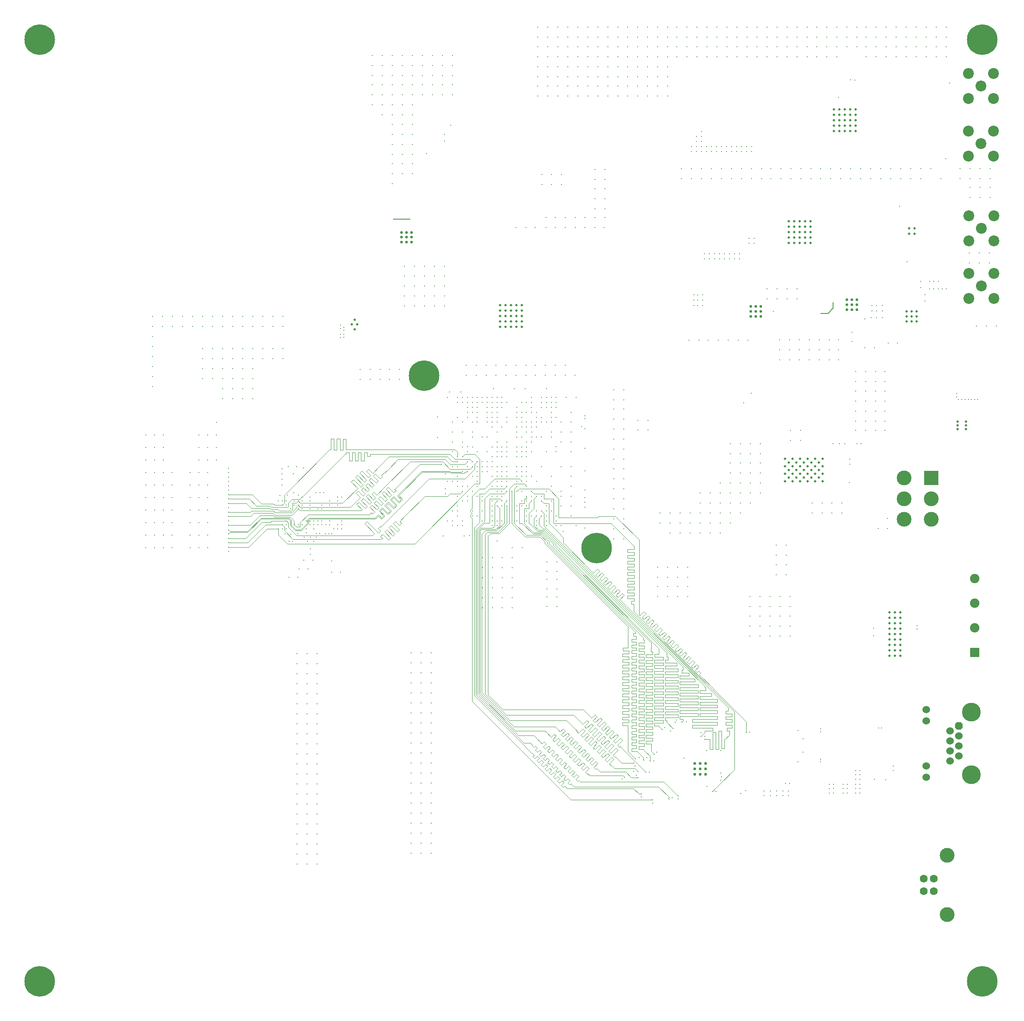
<source format=gbr>
%TF.GenerationSoftware,Altium Limited,Altium Designer,23.11.1 (41)*%
G04 Layer_Physical_Order=3*
G04 Layer_Color=6736896*
%FSLAX45Y45*%
%MOMM*%
%TF.SameCoordinates,7FD3CD1C-FD77-48D0-A228-DECEEDF328D2*%
%TF.FilePolarity,Positive*%
%TF.FileFunction,Copper,L3,Inr,Signal*%
%TF.Part,Single*%
G01*
G75*
%TA.AperFunction,Conductor*%
%ADD80C,0.15240*%
%ADD81C,0.10160*%
%TA.AperFunction,ComponentPad*%
%ADD87C,6.20000*%
%ADD88C,2.20000*%
%ADD89C,3.81000*%
G04:AMPARAMS|DCode=90|XSize=1.524mm|YSize=1.524mm|CornerRadius=0mm|HoleSize=0mm|Usage=FLASHONLY|Rotation=90.000|XOffset=0mm|YOffset=0mm|HoleType=Round|Shape=Octagon|*
%AMOCTAGOND90*
4,1,8,0.38100,0.76200,-0.38100,0.76200,-0.76200,0.38100,-0.76200,-0.38100,-0.38100,-0.76200,0.38100,-0.76200,0.76200,-0.38100,0.76200,0.38100,0.38100,0.76200,0.0*
%
%ADD90OCTAGOND90*%

%ADD91C,1.52400*%
%ADD92C,3.00000*%
%ADD93C,1.60000*%
%ADD94C,0.60000*%
%ADD95R,1.90500X1.90500*%
%ADD96C,1.90500*%
%ADD97R,3.00000X3.00000*%
%TA.AperFunction,ViaPad*%
%ADD98C,0.30480*%
%ADD99C,0.50000*%
%ADD100C,0.55880*%
%ADD101C,0.50800*%
%TA.AperFunction,Conductor*%
%ADD102C,0.07620*%
D80*
X7630218Y15921773D02*
X7957726D01*
X16291560Y14004626D02*
X16431808D01*
X16538608Y14111426D01*
Y14224001D01*
D81*
X8550001Y10788102D02*
X8759503D01*
X8550001Y10808422D02*
X8767920D01*
X8776062Y10771544D02*
X8999556D01*
X8784479Y10791864D02*
X9010786D01*
X8767920Y10808422D02*
X8784479Y10791864D01*
X8759503Y10788102D02*
X8776062Y10771544D01*
X8199600Y10808422D02*
X8550001D01*
X7730584Y10339407D02*
X8199600Y10808422D01*
X8208016Y10788102D02*
X8550001D01*
X7744953Y10325039D02*
X8208016Y10788102D01*
X9008919Y10762180D02*
X9053051D01*
X9010786Y10791864D02*
X9016598Y10797676D01*
X9053051Y10762180D02*
X9091012Y10800141D01*
X8999556Y10771544D02*
X9008919Y10762180D01*
X9016598Y10797676D02*
X9024701D01*
Y10800280D01*
X5905161Y9814371D02*
X5930991Y9840201D01*
X5905161Y9805954D02*
X5911112Y9800002D01*
X5905161Y9805954D02*
Y9814371D01*
X5884841Y9822787D02*
X5922575Y9860521D01*
X5884841Y9805954D02*
Y9822787D01*
X5878889Y9800002D02*
X5884841Y9805954D01*
X9075099Y11150004D02*
X9275100D01*
X9375296Y10652822D02*
Y11049808D01*
X9275100Y11150004D02*
X9375296Y11049808D01*
X8058376Y9333282D02*
X9275099Y10550006D01*
X9375099Y10555957D02*
Y10652626D01*
X9275099Y10550006D02*
X9369147D01*
X9375099Y10555957D01*
Y10652626D02*
X9375296Y10652822D01*
X8774927Y10349833D02*
X8974927D01*
X9025096Y10400002D02*
X9025100D01*
X5475520Y9333282D02*
X8058376D01*
X8725097Y10300002D02*
X8774927Y10349833D01*
X8974927D02*
X9025096Y10400002D01*
X5415477Y10326228D02*
X6337515Y11248266D01*
X5667480Y9501424D02*
X6755001D01*
X5494999Y9673905D02*
X5667480Y9501424D01*
X7198354D02*
X7238443Y9541513D01*
X6755001Y9501424D02*
X7198354D01*
X5494999Y9673905D02*
Y9760000D01*
X5414999Y9599061D02*
X5591877Y9422182D01*
X5414999Y9599061D02*
Y9680002D01*
X5591877Y9422182D02*
X7387172D01*
X8673489Y11047253D02*
X8770738Y10950005D01*
X9075098D01*
X8626112Y10998993D02*
X8775101Y10850005D01*
X9174702D01*
X9225500Y10900803D01*
X9091012Y10800141D02*
X9124961D01*
X9073497Y10648402D02*
X9275099Y10850005D01*
X9124961Y10800141D02*
X9125100Y10800002D01*
X8875100Y11050005D02*
X9175100D01*
X8925100Y11100006D02*
Y11197902D01*
X8874737Y11248266D02*
X8925100Y11197902D01*
X9025100Y11100004D02*
X9075099Y11150004D01*
X8725099Y11100006D02*
X8825899Y10999207D01*
X8775101Y11150004D02*
X8875100Y11050005D01*
X9175100D02*
X9225897Y10999207D01*
X8825899Y10999207D02*
X8925499D01*
X9075098Y10950005D02*
X9125097Y11000004D01*
X8161626Y10950005D02*
X8605500D01*
X8345333Y10648402D02*
X9073497D01*
X8264992Y10300002D02*
X8725097D01*
X7419435Y9722505D02*
X8345333Y10648402D01*
X7852706Y9887717D02*
X8264992Y10300002D01*
X6688852Y11248266D02*
X8874737D01*
X7537164Y11100006D02*
X8725099D01*
X7233763Y11150004D02*
X8775101D01*
X7966812Y10998993D02*
X8626112D01*
X7722254Y11047253D02*
X8673489D01*
X7135771Y9924150D02*
X7148358Y9936737D01*
X7653282Y10441661D02*
X8161626Y10950005D01*
X7429671Y10461852D02*
X7966812Y10998993D01*
X7516441Y10841441D02*
X7722254Y11047253D01*
X7335900Y10898741D02*
X7537164Y11100006D01*
X6974796Y10006978D02*
X6987624Y10019805D01*
X6645007Y11150004D02*
X6662066D01*
X5775006Y10280002D02*
X6645007Y11150004D01*
X5583443Y10160005D02*
X5654998D01*
X5495001D02*
X5575001Y10240005D01*
X5577491Y10024641D02*
Y10154053D01*
X5654999Y10057736D02*
Y10080000D01*
X5654998Y10160005D02*
X5694998Y10200005D01*
X5575001Y10240005D02*
X5735009D01*
X5654999Y10080000D02*
X5695001Y10120002D01*
X5577491Y10154053D02*
X5583443Y10160005D01*
X6597164D02*
X6897564Y10460405D01*
X6755001Y10080000D02*
X6950272Y10275272D01*
X6337515Y11248266D02*
X6352785D01*
X5728016Y10006978D02*
X6974796D01*
X5694996Y10039998D02*
X5728016Y10006978D01*
X5735003Y10080000D02*
X6755001D01*
X5734998Y10160005D02*
X6597164D01*
X5489049Y10080000D02*
X5495001Y10085952D01*
Y10160005D01*
X5695001Y10120002D02*
X5735003Y10080000D01*
X5694998Y10200005D02*
X5695001D01*
X5694998D02*
X5734998Y10160005D01*
X5735009Y10240005D02*
X5775006Y10280002D01*
X9225897Y10999207D02*
Y10999207D01*
X9275099Y10950002D02*
X9325100Y11000003D01*
X9275099Y10850005D02*
Y10950002D01*
X4950445Y10148356D02*
X5192264D01*
X4649940Y10153701D02*
X4751806Y10051836D01*
X4922050Y9907056D02*
X5191109D01*
X4804663Y9955316D02*
X5175178D01*
X4736094Y9886747D02*
X4804663Y9955316D01*
X4280330Y9975901D02*
X4723420D01*
X5135001Y10051836D02*
X5152772Y10034065D01*
X4846306Y10100096D02*
X5135001D01*
X4723420Y9975901D02*
X4751094Y10003576D01*
X4751806Y10051836D02*
X5135001D01*
X5135001Y10100096D02*
X5155096Y10080000D01*
X4751094Y10003576D02*
X5188692D01*
X4280330Y9886747D02*
X4736094D01*
X4694646Y9264701D02*
X5065950Y9636005D01*
X4723941Y9708947D02*
X4922050Y9907056D01*
X4631146Y9442501D02*
X4961304Y9772659D01*
X4669265Y9586021D02*
X4942040Y9858796D01*
X4677682Y9565701D02*
X4950457Y9838476D01*
X4674940Y9353604D02*
X5041337Y9720001D01*
X5291943Y9516859D02*
Y9636005D01*
Y9516859D02*
X5475520Y9333282D01*
X5415477Y10160482D02*
Y10326228D01*
X5375475Y10120480D02*
X5415477Y10160482D01*
X5375475Y10120480D02*
X5375475D01*
X5192264Y10148356D02*
X5220140Y10120480D01*
X5375475D01*
X5374998Y9720003D02*
X5414999Y9680002D01*
X5041337Y9720001D02*
X5135001D01*
X5135003Y9720003D02*
X5374998D01*
X5135001Y9720001D02*
X5135003Y9720003D01*
X5065950Y9636005D02*
X5291943D01*
X5216509Y9881656D02*
X5531225D01*
X5152772Y10034065D02*
X5281815D01*
X5155096Y10080000D02*
X5489049D01*
X5175178Y9955316D02*
X5211552Y9918941D01*
X5313790Y10002089D02*
X5554940D01*
X5191109Y9907056D02*
X5216509Y9881656D01*
X5211552Y9918941D02*
X5573939D01*
X5560264Y9963002D02*
X5654999Y10057736D01*
X5229266Y9963002D02*
X5560264D01*
X5554940Y10002089D02*
X5577491Y10024641D01*
X5573939Y9918941D02*
X5694996Y10039998D01*
X5188692Y10003576D02*
X5229266Y9963002D01*
X5281815Y10034065D02*
X5313790Y10002089D01*
X4280330Y10331501D02*
X4767300D01*
X4280330Y10153701D02*
X4649940D01*
X4767300Y10331501D02*
X4950445Y10148356D01*
X4703546Y10242855D02*
X4846306Y10100096D01*
X4280330Y10242855D02*
X4703546D01*
X4280201Y9353604D02*
X4674940D01*
X4314629Y9565701D02*
X4677682D01*
X4280330Y9264701D02*
X4694646D01*
X4280330Y9620321D02*
X4314630Y9586021D01*
X4669265D01*
X4280330Y9708947D02*
X4723941D01*
X4280330Y9442501D02*
X4631146D01*
X4280330Y9531401D02*
X4314629Y9565701D01*
X5454998Y9800001D02*
X5494999Y9760000D01*
X5135001Y9772659D02*
X5162344Y9800002D01*
X4961304Y9772659D02*
X5135001D01*
X5162344Y9800002D02*
X5454998D01*
X4950457Y9838476D02*
X5504211D01*
X4942040Y9858796D02*
X5512628D01*
X7387172Y9422182D02*
X7403070Y9438080D01*
X5922575Y9860521D02*
X7251698D01*
X5899147Y9924150D02*
X7135771D01*
X5930991Y9840201D02*
X7260115D01*
X7251698Y9860521D02*
X7272686Y9881509D01*
X7260115Y9840201D02*
X7287055Y9867141D01*
X5535001Y9702253D02*
X5637253Y9600001D01*
X5645669Y9620321D02*
X5746899D01*
X5555321Y9710670D02*
X5645669Y9620321D01*
X5637253Y9600001D02*
X5755315D01*
X5615001Y9719999D02*
X5654999Y9680001D01*
X5729046D02*
X5734998Y9685953D01*
X5654999Y9680001D02*
X5729046D01*
X5884841Y9758263D02*
Y9794051D01*
X5911112Y9800002D02*
X5935001D01*
X5905161Y9749846D02*
Y9794051D01*
X5911112Y9800002D01*
X5755315Y9600001D02*
X5905161Y9749846D01*
X5855001Y9800002D02*
X5878889D01*
X5734998Y9760001D02*
X5899147Y9924150D01*
X5734998Y9685953D02*
Y9760001D01*
X5746899Y9620321D02*
X5884841Y9758263D01*
X5878889Y9800002D02*
X5884841Y9794051D01*
X5555321Y9710670D02*
Y9816102D01*
X5535001Y9702253D02*
Y9807685D01*
X5512628Y9858796D02*
X5555321Y9816102D01*
X5615001Y9720002D02*
Y9797880D01*
Y9719999D02*
Y9720002D01*
X5504211Y9838476D02*
X5535001Y9807685D01*
X5531225Y9881656D02*
X5615001Y9797880D01*
X7148358Y9936737D02*
X7175531Y9963910D01*
X7201286Y9938155D01*
X7244392Y9981260D01*
X7148723Y10076929D02*
X7244392Y9981260D01*
X7148723Y10076929D02*
X7191828Y10120034D01*
X7287916Y10023946D01*
X7331022Y10067051D01*
X7234933Y10163139D02*
X7331022Y10067051D01*
X7234933Y10163139D02*
X7278039Y10206245D01*
X7374127Y10110157D01*
X7417232Y10153262D01*
X7315156Y10255337D02*
X7417232Y10153262D01*
X7315156Y10255337D02*
X7358262Y10298443D01*
X7460337Y10196367D01*
X7503442Y10239472D01*
X7389491Y10353423D02*
X7503442Y10239472D01*
X7389491Y10353423D02*
X7432597Y10396528D01*
X7546548Y10282577D01*
X7589653Y10325683D01*
X7475702Y10439634D02*
X7589653Y10325683D01*
X7475702Y10439634D02*
X7518807Y10482739D01*
X7632758Y10368788D01*
X7675863Y10411893D01*
X7649689Y10438068D02*
X7675863Y10411893D01*
X7649689Y10438068D02*
X7653282Y10441661D01*
X7292953Y10325135D02*
X7429671Y10461852D01*
X7233302Y10384786D02*
X7292953Y10325135D01*
X7190196Y10341681D02*
X7233302Y10384786D01*
X7190196Y10341681D02*
X7267711Y10264167D01*
X7224605Y10221061D02*
X7267711Y10264167D01*
X7109897Y10335770D02*
X7224605Y10221061D01*
X7066792Y10292664D02*
X7109897Y10335770D01*
X7066792Y10292664D02*
X7181500Y10177956D01*
X7138395Y10134851D02*
X7181500Y10177956D01*
X7014910Y10258336D02*
X7138395Y10134851D01*
X6971804Y10215231D02*
X7014910Y10258336D01*
X6971804Y10215231D02*
X7095290Y10091746D01*
X7052185Y10048641D02*
X7095290Y10091746D01*
X6922038Y10178787D02*
X7052185Y10048641D01*
X6878933Y10135682D02*
X6922038Y10178787D01*
X6878933Y10135682D02*
X6991216Y10023398D01*
X6987624Y10019805D02*
X6991216Y10023398D01*
X7428022Y10753022D02*
X7516441Y10841441D01*
X7421438Y10759607D02*
X7428022Y10753022D01*
X7378332Y10716502D02*
X7421438Y10759607D01*
X7378332Y10716502D02*
X7400356Y10694478D01*
X7357250Y10651373D02*
X7400356Y10694478D01*
X7257016Y10751607D02*
X7357250Y10651373D01*
X7213911Y10708502D02*
X7257016Y10751607D01*
X7213911Y10708502D02*
X7314145Y10608268D01*
X7271040Y10565163D02*
X7314145Y10608268D01*
X7170806Y10665397D02*
X7271040Y10565163D01*
X7127701Y10622292D02*
X7170806Y10665397D01*
X7127701Y10622292D02*
X7227935Y10522057D01*
X7184829Y10478952D02*
X7227935Y10522057D01*
X7100630Y10563152D02*
X7184829Y10478952D01*
X7057525Y10520047D02*
X7100630Y10563152D01*
X7057525Y10520047D02*
X7141724Y10435847D01*
X7098619Y10392742D02*
X7141724Y10435847D01*
X7020893Y10470468D02*
X7098619Y10392742D01*
X6977788Y10427362D02*
X7020893Y10470468D01*
X6977788Y10427362D02*
X7055514Y10349636D01*
X7012409Y10306531D02*
X7055514Y10349636D01*
X6912174Y10406766D02*
X7012409Y10306531D01*
X6869069Y10363660D02*
X6912174Y10406766D01*
X6869069Y10363660D02*
X6953865Y10278864D01*
X6950272Y10275272D02*
X6953865Y10278864D01*
X7202893Y10765735D02*
X7335900Y10898741D01*
X7117946Y10850681D02*
X7202893Y10765735D01*
X7074841Y10807576D02*
X7117946Y10850681D01*
X7074841Y10807576D02*
X7159788Y10722629D01*
X7116683Y10679524D02*
X7159788Y10722629D01*
X6984562Y10811645D02*
X7116683Y10679524D01*
X6941457Y10768540D02*
X6984562Y10811645D01*
X6941457Y10768540D02*
X7080051Y10629945D01*
X7036946Y10586840D02*
X7080051Y10629945D01*
X6898351Y10725435D02*
X7036946Y10586840D01*
X6855246Y10682329D02*
X6898351Y10725435D01*
X6855246Y10682329D02*
X7009875Y10527700D01*
X6966770Y10484595D02*
X7009875Y10527700D01*
X6812141Y10639224D02*
X6966770Y10484595D01*
X6769036Y10596119D02*
X6812141Y10639224D01*
X6769036Y10596119D02*
X6901157Y10463998D01*
X6897564Y10460405D02*
X6901157Y10463998D01*
X7154827Y11150004D02*
X7233763D01*
X7154827Y11111006D02*
Y11150004D01*
X7093867Y11111006D02*
X7154827D01*
X7093867D02*
Y11187567D01*
X7032907D02*
X7093867D01*
X7032907Y11013989D02*
Y11187567D01*
X6971947Y11013989D02*
X7032907D01*
X6971947D02*
Y11187567D01*
X6910987D02*
X6971947D01*
X6910987Y11013989D02*
Y11187567D01*
X6850027Y11013989D02*
X6910987D01*
X6850027D02*
Y11187567D01*
X6789067D02*
X6850027D01*
X6789067Y11013989D02*
Y11187567D01*
X6728107Y11013989D02*
X6789067D01*
X6728107D02*
Y11187567D01*
X6667147D02*
X6728107D01*
X6667147Y11150004D02*
Y11187567D01*
X6662066Y11150004D02*
X6667147D01*
X6662667Y11248266D02*
X6688852D01*
X6662667D02*
Y11458838D01*
X6601707D02*
X6662667D01*
X6601707Y11233399D02*
Y11458838D01*
X6540747Y11233399D02*
X6601707D01*
X6540747D02*
Y11463434D01*
X6479787D02*
X6540747D01*
X6479787Y11233399D02*
Y11463434D01*
X6418827Y11233399D02*
X6479787D01*
X6418827D02*
Y11463434D01*
X6357867D02*
X6418827D01*
X6357867Y11248266D02*
Y11463434D01*
X6352785Y11248266D02*
X6357867D01*
X7371352Y9674422D02*
X7419435Y9722505D01*
X7354925Y9690849D02*
X7371352Y9674422D01*
X7311819Y9647744D02*
X7354925Y9690849D01*
X7311819Y9647744D02*
X7368469Y9591094D01*
X7325365Y9547989D02*
X7368469Y9591094D01*
X7086792Y9786561D02*
X7325365Y9547989D01*
X7043687Y9743456D02*
X7086792Y9786561D01*
X7043687Y9743456D02*
X7242037Y9545106D01*
X7238443Y9541513D02*
X7242037Y9545106D01*
X7328885Y9912458D02*
X7381581Y9859762D01*
X7716831Y10300404D02*
Y10325654D01*
X7568198Y10219144D02*
Y10235977D01*
X7510676Y9960561D02*
X7553781Y10003666D01*
X7625623Y10075508D02*
X7668728Y10118613D01*
X7716831Y10325654D02*
X7730584Y10339407D01*
X7338304Y9989250D02*
X7424687Y9902867D01*
X7508259Y10176039D02*
X7525092D01*
X7338304Y9989250D02*
Y10006083D01*
X7453251Y10121030D02*
X7508259Y10176039D01*
X7410145Y10061092D02*
X7510676Y9960561D01*
X7272686Y9881509D02*
X7303635Y9912458D01*
X7640039Y10290986D02*
X7740570Y10190455D01*
X7393312Y10061092D02*
X7410145D01*
X7381581Y9859762D02*
X7424687Y9902867D01*
X7568198Y10235977D02*
X7623206Y10290986D01*
X7338304Y10006083D02*
X7393312Y10061092D01*
X7453251Y10104197D02*
X7553781Y10003666D01*
X7623206Y10290986D02*
X7640039D01*
X7303635Y9912458D02*
X7328885D01*
X7568198Y10219144D02*
X7668728Y10118613D01*
X7525092Y10176039D02*
X7625623Y10075508D01*
X7716831Y10300404D02*
X7783675Y10233560D01*
X7740570Y10190455D02*
X7783675Y10233560D01*
X7453251Y10104197D02*
Y10121030D01*
X7574101Y9995250D02*
Y10012083D01*
X7634040Y10055188D02*
X7689048Y10110197D01*
X7588518Y10227560D02*
X7689048Y10127030D01*
X7312052Y9892138D02*
X7320469D01*
X7588518Y10227560D02*
X7631623Y10270666D01*
X7689048Y10110197D02*
Y10127030D01*
X7401729Y10040772D02*
X7502260Y9940241D01*
X7445007Y9894451D02*
Y9911284D01*
X7737151Y10308821D02*
X7803995Y10241977D01*
X7519093Y9940241D02*
X7574101Y9995250D01*
X7320469Y9892138D02*
X7373165Y9839442D01*
X7473571Y10112614D02*
X7516676Y10155719D01*
X7737151Y10317237D02*
X7744953Y10325039D01*
X7373165Y9839442D02*
X7389998D01*
X7287054Y9867141D02*
X7312052Y9892138D01*
X7631623Y10270666D02*
X7732153Y10170135D01*
X7516676Y10155719D02*
X7617207Y10055188D01*
X7748987Y10170135D02*
X7803995Y10225144D01*
X7389998Y9839442D02*
X7445007Y9894451D01*
X7473571Y10112614D02*
X7574101Y10012083D01*
X7287054Y9867141D02*
X7287055D01*
X7737151Y10308821D02*
Y10317237D01*
X7744953Y10325039D02*
X7744953D01*
X7358624Y9997667D02*
X7445007Y9911284D01*
X7732153Y10170135D02*
X7748987D01*
X7803995Y10225144D02*
Y10241977D01*
X7502260Y9940241D02*
X7519093D01*
X7617207Y10055188D02*
X7634040D01*
X7358624Y9997667D02*
X7401729Y10040772D01*
X7751504Y9786515D02*
X7852706Y9887717D01*
X7751504Y9786515D02*
X7787769Y9750251D01*
X7744663Y9707146D02*
X7787769Y9750251D01*
X7663199Y9788610D02*
X7744663Y9707146D01*
X7620094Y9745505D02*
X7663199Y9788610D01*
X7620094Y9745505D02*
X7744273Y9621326D01*
X7701167Y9578221D02*
X7744273Y9621326D01*
X7576989Y9702399D02*
X7701167Y9578221D01*
X7533884Y9659294D02*
X7576989Y9702399D01*
X7533884Y9659294D02*
X7658062Y9535116D01*
X7614957Y9492010D02*
X7658062Y9535116D01*
X7490779Y9616189D02*
X7614957Y9492010D01*
X7447673Y9573084D02*
X7490779Y9616189D01*
X7447673Y9573084D02*
X7571852Y9448905D01*
X7528747Y9405800D02*
X7571852Y9448905D01*
X7404568Y9529979D02*
X7528747Y9405800D01*
X7361463Y9486874D02*
X7404568Y9529979D01*
X7361463Y9486874D02*
X7406663Y9441674D01*
X7403070Y9438080D02*
X7406663Y9441674D01*
D87*
X457199Y19557999D02*
D03*
X11744001Y9247042D02*
D03*
X8244001Y12747042D02*
D03*
X457199Y457199D02*
D03*
X19557999D02*
D03*
Y19557999D02*
D03*
D88*
X19276059Y17193259D02*
D03*
X19784059D02*
D03*
Y17701259D02*
D03*
X19276059D02*
D03*
X19530058Y17447260D02*
D03*
X19545297Y15731273D02*
D03*
X19291296Y15985274D02*
D03*
X19799297D02*
D03*
Y15477274D02*
D03*
X19291296D02*
D03*
X19545297Y14562872D02*
D03*
X19291296Y14816873D02*
D03*
X19799297D02*
D03*
Y14308873D02*
D03*
X19291296D02*
D03*
X19530058Y18615659D02*
D03*
X19276059Y18869659D02*
D03*
X19784059D02*
D03*
Y18361659D02*
D03*
X19276059D02*
D03*
D89*
X19339796Y5918199D02*
D03*
Y4648199D02*
D03*
D90*
X19085797Y5638799D02*
D03*
D91*
Y5435599D02*
D03*
Y5232399D02*
D03*
Y5029199D02*
D03*
X18907997Y5537199D02*
D03*
Y5333999D02*
D03*
Y5130799D02*
D03*
Y4927599D02*
D03*
X18425397Y5968999D02*
D03*
Y4825999D02*
D03*
Y4597399D02*
D03*
Y5740399D02*
D03*
D92*
X18846799Y3014999D02*
D03*
Y1810998D02*
D03*
X17973201Y9828000D02*
D03*
Y10248000D02*
D03*
Y10667999D02*
D03*
X18523198Y9828000D02*
D03*
Y10248000D02*
D03*
D93*
X18576802Y2288000D02*
D03*
Y2538002D02*
D03*
X18376802Y2288000D02*
D03*
Y2538002D02*
D03*
D94*
X13736798Y4875698D02*
D03*
X13843797D02*
D03*
X13950798D02*
D03*
X13736798Y4768698D02*
D03*
X13843797D02*
D03*
X13950798D02*
D03*
X13736798Y4661698D02*
D03*
X13843797D02*
D03*
X13950798D02*
D03*
D95*
X19405598Y7128001D02*
D03*
D96*
Y7628000D02*
D03*
Y8127999D02*
D03*
Y8627998D02*
D03*
D97*
X18523198Y10667999D02*
D03*
D98*
X14724380Y12194540D02*
D03*
X14879729Y12391923D02*
D03*
X5670154Y5075590D02*
D03*
Y6294645D02*
D03*
Y6091445D02*
D03*
Y5888245D02*
D03*
Y5481845D02*
D03*
Y5278645D02*
D03*
X7981554Y7120145D02*
D03*
Y6916945D02*
D03*
X8184754D02*
D03*
X7981554Y6713745D02*
D03*
X8184754D02*
D03*
X8387954D02*
D03*
Y6916945D02*
D03*
X8184754Y7120145D02*
D03*
X8387954D02*
D03*
X7981554Y5900945D02*
D03*
Y5494545D02*
D03*
X8184754D02*
D03*
Y5900945D02*
D03*
X8387954Y5494545D02*
D03*
Y5900945D02*
D03*
X7981554Y5697745D02*
D03*
X5873354Y5888245D02*
D03*
X8184754Y5697745D02*
D03*
X5873354Y5481845D02*
D03*
X5670154Y5685045D02*
D03*
X5873354D02*
D03*
X8387954Y5697745D02*
D03*
X7981554Y6104145D02*
D03*
Y6510545D02*
D03*
Y6307345D02*
D03*
X8184754D02*
D03*
X8387954D02*
D03*
X8184754Y6510545D02*
D03*
X8387954D02*
D03*
X8184754Y6104145D02*
D03*
X8387954D02*
D03*
X7981554Y5088290D02*
D03*
Y5291345D02*
D03*
X8184754D02*
D03*
Y5088290D02*
D03*
X8387954D02*
D03*
Y5291345D02*
D03*
X5670154Y6497845D02*
D03*
Y6701045D02*
D03*
X5873354Y6497845D02*
D03*
Y6701045D02*
D03*
Y7107445D02*
D03*
Y6904245D02*
D03*
X5670154D02*
D03*
Y7107445D02*
D03*
X6076554Y6701045D02*
D03*
Y7107445D02*
D03*
Y6904245D02*
D03*
Y6497845D02*
D03*
X5873354Y6294645D02*
D03*
X6076554Y5481845D02*
D03*
Y5685045D02*
D03*
Y6294645D02*
D03*
Y5888245D02*
D03*
X5873354Y6091445D02*
D03*
X6076554D02*
D03*
X5873354Y5278645D02*
D03*
Y5075590D02*
D03*
X6076554D02*
D03*
Y5278645D02*
D03*
X5873354Y3043590D02*
D03*
Y3449990D02*
D03*
Y3246790D02*
D03*
Y2840390D02*
D03*
X5670154D02*
D03*
X8387954Y3665890D02*
D03*
X8184754D02*
D03*
X8387954Y4275490D02*
D03*
X7981554Y4681890D02*
D03*
Y3665890D02*
D03*
Y4275490D02*
D03*
Y4072290D02*
D03*
X8184754Y3869090D02*
D03*
Y4072290D02*
D03*
Y4478690D02*
D03*
Y4681890D02*
D03*
Y4275490D02*
D03*
X8387954Y3869090D02*
D03*
Y4072290D02*
D03*
Y4681890D02*
D03*
Y4478690D02*
D03*
X5670154Y4262790D02*
D03*
Y3856390D02*
D03*
Y3246790D02*
D03*
Y3449990D02*
D03*
Y3653190D02*
D03*
Y4872390D02*
D03*
Y4465990D02*
D03*
Y4059590D02*
D03*
Y4669190D02*
D03*
X8184754Y3462690D02*
D03*
X8387954Y3259490D02*
D03*
Y3056290D02*
D03*
Y3462690D02*
D03*
X8184754Y3056290D02*
D03*
X7981554D02*
D03*
X8184754Y3259490D02*
D03*
X7981554Y3462690D02*
D03*
Y3259490D02*
D03*
X5873354Y4872390D02*
D03*
X5670154Y3043590D02*
D03*
X6076554Y3246790D02*
D03*
Y3043590D02*
D03*
Y3449990D02*
D03*
Y2840390D02*
D03*
Y4872390D02*
D03*
X5873354Y3653190D02*
D03*
Y3856390D02*
D03*
Y4059590D02*
D03*
Y4262790D02*
D03*
Y4669190D02*
D03*
Y4465990D02*
D03*
X6076554Y3856390D02*
D03*
Y3653190D02*
D03*
Y4465990D02*
D03*
Y4669190D02*
D03*
Y4059590D02*
D03*
Y4262790D02*
D03*
X7981554Y3869090D02*
D03*
Y4478690D02*
D03*
Y4885090D02*
D03*
X8184754D02*
D03*
X8387954D02*
D03*
X8299296Y17251961D02*
D03*
X8786301Y17825337D02*
D03*
X16869511Y10575999D02*
D03*
X17104660Y11361659D02*
D03*
X17017999Y11363399D02*
D03*
X16776532D02*
D03*
X16666692D02*
D03*
X16539752D02*
D03*
X19075400Y12258652D02*
D03*
X12755631Y4993070D02*
D03*
X15326540Y14048006D02*
D03*
X9060990Y9490762D02*
D03*
X8637778Y9488434D02*
D03*
X9731064Y9388221D02*
D03*
X8520695Y11907587D02*
D03*
X8519264Y11492921D02*
D03*
X8725100Y12300002D02*
D03*
X8991010Y12416842D02*
D03*
X8759190D02*
D03*
X9652598Y12483363D02*
D03*
X10075103D02*
D03*
X10725100Y12482882D02*
D03*
X10297602D02*
D03*
X11440789Y11714788D02*
D03*
X11505321Y11932931D02*
D03*
X11504506Y11872503D02*
D03*
Y11672503D02*
D03*
Y11272504D02*
D03*
X11505361Y10812847D02*
D03*
X11506601Y10427506D02*
D03*
Y10180372D02*
D03*
Y10267313D02*
D03*
X11510441Y9650002D02*
D03*
Y10072507D02*
D03*
X11063877Y9584243D02*
D03*
X9170780Y9498538D02*
D03*
X10825100Y11597692D02*
D03*
X9224901Y11600232D02*
D03*
X10525001Y9900002D02*
D03*
X10525100Y9700002D02*
D03*
X5372100Y10528300D02*
D03*
X4280330Y10687101D02*
D03*
Y10864900D02*
D03*
X7151218Y12664638D02*
D03*
Y12867838D02*
D03*
X7354418D02*
D03*
Y12664638D02*
D03*
X7544918D02*
D03*
Y12867838D02*
D03*
X6948018Y12664638D02*
D03*
Y12867838D02*
D03*
X7748118Y12664638D02*
D03*
Y12867838D02*
D03*
X2743200Y12725254D02*
D03*
Y12522054D02*
D03*
Y12928600D02*
D03*
Y13335001D02*
D03*
Y13538200D02*
D03*
Y13131799D02*
D03*
Y13741400D02*
D03*
Y13944600D02*
D03*
X15201900Y14300200D02*
D03*
X15405099D02*
D03*
Y14503400D02*
D03*
X15201900D02*
D03*
X15608299D02*
D03*
X15811501D02*
D03*
Y14300200D02*
D03*
X15608299D02*
D03*
X17183099Y13893800D02*
D03*
X14833600Y15530302D02*
D03*
X14935201D02*
D03*
Y15428702D02*
D03*
X14833600D02*
D03*
X18834100Y19215100D02*
D03*
Y19418300D02*
D03*
Y19608800D02*
D03*
Y19812000D02*
D03*
X18224500D02*
D03*
X18427699D02*
D03*
X18630901D02*
D03*
Y19608800D02*
D03*
X18427699D02*
D03*
X18224500D02*
D03*
Y19418300D02*
D03*
X18427699D02*
D03*
X18630901D02*
D03*
Y19215100D02*
D03*
X18427699D02*
D03*
X18224500D02*
D03*
X14389101D02*
D03*
X14592300D02*
D03*
X14795500D02*
D03*
Y19418300D02*
D03*
X14592300D02*
D03*
X14389101D02*
D03*
Y19608800D02*
D03*
X14592300D02*
D03*
X14795500D02*
D03*
Y19812000D02*
D03*
X14592300D02*
D03*
X14389101D02*
D03*
X14998700D02*
D03*
X15201900D02*
D03*
X15405099D02*
D03*
Y19608800D02*
D03*
X15201900D02*
D03*
X14998700D02*
D03*
Y19418300D02*
D03*
X15201900D02*
D03*
X15405099D02*
D03*
Y19215100D02*
D03*
X15201900D02*
D03*
X14998700D02*
D03*
X15608299D02*
D03*
X15811501D02*
D03*
X16014700D02*
D03*
Y19418300D02*
D03*
X15811501D02*
D03*
X15608299D02*
D03*
Y19608800D02*
D03*
X15811501D02*
D03*
X16014700D02*
D03*
Y19812000D02*
D03*
X15811501D02*
D03*
X15608299D02*
D03*
X16611600D02*
D03*
X16814799D02*
D03*
X17017999D02*
D03*
Y19608800D02*
D03*
X16814799D02*
D03*
X16611600D02*
D03*
Y19418300D02*
D03*
X16814799D02*
D03*
X17017999D02*
D03*
X16611600Y19215100D02*
D03*
X16205200D02*
D03*
X16408400D02*
D03*
Y19418300D02*
D03*
X16205200D02*
D03*
Y19608800D02*
D03*
X16408400D02*
D03*
Y19812000D02*
D03*
X16205200D02*
D03*
X17208501D02*
D03*
X17411700D02*
D03*
Y19608800D02*
D03*
X17208501D02*
D03*
Y19418300D02*
D03*
X17411700D02*
D03*
Y19215100D02*
D03*
X17208501D02*
D03*
X17614900D02*
D03*
X17818100D02*
D03*
X18021300D02*
D03*
Y19418300D02*
D03*
X17818100D02*
D03*
X17614900D02*
D03*
Y19608800D02*
D03*
X17818100D02*
D03*
X18021300D02*
D03*
Y19812000D02*
D03*
X17818100D02*
D03*
X17614900D02*
D03*
X19843686Y13747263D02*
D03*
X19640488D02*
D03*
X19437286D02*
D03*
X19500482Y15029259D02*
D03*
X19703682D02*
D03*
Y15232458D02*
D03*
X19500482D02*
D03*
X19297282D02*
D03*
Y15029259D02*
D03*
X19316701Y16357600D02*
D03*
Y16560800D02*
D03*
X19519901D02*
D03*
X19723100D02*
D03*
Y16357600D02*
D03*
X19519901D02*
D03*
X17297400Y16738600D02*
D03*
X17500600D02*
D03*
X17703799D02*
D03*
Y16941800D02*
D03*
X17500600D02*
D03*
X17297400D02*
D03*
X17907001D02*
D03*
X18110201D02*
D03*
X18313400D02*
D03*
Y16738600D02*
D03*
X18110201D02*
D03*
X17907001D02*
D03*
X18719800D02*
D03*
X18516600Y16941800D02*
D03*
X19519901D02*
D03*
X19723100D02*
D03*
Y16738600D02*
D03*
X19519901D02*
D03*
X19113499D02*
D03*
X19316701D02*
D03*
Y16941800D02*
D03*
X19113499D02*
D03*
X13462000Y16738600D02*
D03*
X13665199D02*
D03*
X13868401D02*
D03*
Y16941800D02*
D03*
X13665199D02*
D03*
X13462000D02*
D03*
X14071600D02*
D03*
X14274800D02*
D03*
X14478000D02*
D03*
Y16738600D02*
D03*
X14274800D02*
D03*
X14071600D02*
D03*
X14681200D02*
D03*
X14884399D02*
D03*
X15087601D02*
D03*
Y16941800D02*
D03*
X14884399D02*
D03*
X14681200D02*
D03*
X15684500D02*
D03*
X15887700D02*
D03*
X16090900D02*
D03*
Y16738600D02*
D03*
X15887700D02*
D03*
X15684500D02*
D03*
X15278101D02*
D03*
X15481300D02*
D03*
Y16941800D02*
D03*
X15278101D02*
D03*
X16281400D02*
D03*
X16484599D02*
D03*
Y16738600D02*
D03*
X16281400D02*
D03*
X16687801D02*
D03*
X16891000D02*
D03*
X17094200D02*
D03*
Y16941800D02*
D03*
X16891000D02*
D03*
X16687801D02*
D03*
X16916400Y13627100D02*
D03*
Y13436600D02*
D03*
X17373599Y13309599D02*
D03*
X17183099D02*
D03*
X17843500Y13404388D02*
D03*
X17653000D02*
D03*
X4368800Y12280900D02*
D03*
Y12484100D02*
D03*
X4165600D02*
D03*
Y12280900D02*
D03*
X4775200D02*
D03*
Y12484100D02*
D03*
Y12687300D02*
D03*
X4572000D02*
D03*
Y12484100D02*
D03*
Y12280900D02*
D03*
Y12890500D02*
D03*
X4775200D02*
D03*
X14414500Y13462000D02*
D03*
X14617700D02*
D03*
X14808200D02*
D03*
X14211301D02*
D03*
X14008099D02*
D03*
X13817599D02*
D03*
X13614400D02*
D03*
X16256000Y13068300D02*
D03*
Y13271500D02*
D03*
Y13474699D02*
D03*
X16459200D02*
D03*
Y13271500D02*
D03*
Y13068300D02*
D03*
X16649699D02*
D03*
Y13271500D02*
D03*
Y13474699D02*
D03*
X16052800Y13068300D02*
D03*
Y13271500D02*
D03*
Y13474699D02*
D03*
X15849600D02*
D03*
Y13271500D02*
D03*
Y13068300D02*
D03*
X15659100D02*
D03*
Y13271500D02*
D03*
Y13474699D02*
D03*
X15455901D02*
D03*
Y13271500D02*
D03*
Y13068300D02*
D03*
X16992599Y12026900D02*
D03*
X17195799D02*
D03*
X17399001D02*
D03*
Y11823700D02*
D03*
X17195799D02*
D03*
X16992599D02*
D03*
Y11633200D02*
D03*
X17195799D02*
D03*
X17399001D02*
D03*
X16992599Y12230100D02*
D03*
X17195799D02*
D03*
X17399001D02*
D03*
Y12433300D02*
D03*
X17195799D02*
D03*
X16992599D02*
D03*
Y12623800D02*
D03*
X17195799D02*
D03*
X17399001D02*
D03*
Y12827000D02*
D03*
X17195799D02*
D03*
X16992599D02*
D03*
X17589500Y12026900D02*
D03*
Y11823700D02*
D03*
Y11633200D02*
D03*
Y12230100D02*
D03*
Y12433300D02*
D03*
Y12623800D02*
D03*
Y12827000D02*
D03*
X15875000Y11430000D02*
D03*
Y11633200D02*
D03*
X15671800D02*
D03*
Y11430000D02*
D03*
X13842999Y10363200D02*
D03*
Y10160000D02*
D03*
X13639799Y9956800D02*
D03*
X13233400D02*
D03*
X13436600D02*
D03*
X13030200D02*
D03*
Y9753600D02*
D03*
X13233400Y9550400D02*
D03*
X13436600D02*
D03*
Y9753600D02*
D03*
X13233400D02*
D03*
X13842999Y9956800D02*
D03*
X14452600Y9753600D02*
D03*
X13842999D02*
D03*
X13639799D02*
D03*
Y9550400D02*
D03*
X13842999D02*
D03*
X14046201D02*
D03*
X14249400D02*
D03*
Y9753600D02*
D03*
X14046201D02*
D03*
X14249400Y10363200D02*
D03*
X14046201D02*
D03*
X14249400Y10566400D02*
D03*
Y10160000D02*
D03*
X14046201D02*
D03*
Y9956800D02*
D03*
X14249400D02*
D03*
X14452600D02*
D03*
X14655800D02*
D03*
X14859000Y10160000D02*
D03*
X14655800D02*
D03*
X14452600D02*
D03*
Y10566400D02*
D03*
X14655800D02*
D03*
X14859000D02*
D03*
Y10363200D02*
D03*
X14655800D02*
D03*
X14452600D02*
D03*
Y10769600D02*
D03*
X14655800D02*
D03*
X14859000D02*
D03*
Y10972800D02*
D03*
X14655800D02*
D03*
X14452600D02*
D03*
Y11163300D02*
D03*
X14655800D02*
D03*
X14859000D02*
D03*
Y11366500D02*
D03*
X14655800D02*
D03*
X14452600D02*
D03*
X15062199D02*
D03*
Y11163300D02*
D03*
Y10972800D02*
D03*
Y10769600D02*
D03*
Y10363200D02*
D03*
Y10566400D02*
D03*
X12781084Y11836143D02*
D03*
X12577884D02*
D03*
Y11645643D02*
D03*
X12781084D02*
D03*
X10937690Y8966995D02*
D03*
X10734490D02*
D03*
Y8776495D02*
D03*
X10937690D02*
D03*
X10942858Y8611174D02*
D03*
X10739658D02*
D03*
Y8420674D02*
D03*
X10942858D02*
D03*
X12978603Y8260624D02*
D03*
X13181802D02*
D03*
X13385002D02*
D03*
Y8463824D02*
D03*
X13181802D02*
D03*
X12978603D02*
D03*
Y8654324D02*
D03*
X13181802D02*
D03*
X13385002D02*
D03*
Y8857524D02*
D03*
X13181802D02*
D03*
X12978603D02*
D03*
X13588202D02*
D03*
Y8654324D02*
D03*
Y8463824D02*
D03*
Y8260624D02*
D03*
X16710316Y9955931D02*
D03*
Y10159131D02*
D03*
X16507117D02*
D03*
Y9955931D02*
D03*
X16316617D02*
D03*
Y10159131D02*
D03*
X16113417D02*
D03*
Y9955931D02*
D03*
X15388223Y8705776D02*
D03*
X15591425D02*
D03*
Y8908976D02*
D03*
X15388223D02*
D03*
Y9099476D02*
D03*
X15591425D02*
D03*
Y9302676D02*
D03*
X15388223D02*
D03*
X14852403Y7463787D02*
D03*
X15055605D02*
D03*
X15258804D02*
D03*
X14852403Y7666987D02*
D03*
X15055605D02*
D03*
X15258804D02*
D03*
Y7870187D02*
D03*
X15055605D02*
D03*
X14852403D02*
D03*
Y8060687D02*
D03*
X15055605D02*
D03*
X15258804D02*
D03*
Y8263887D02*
D03*
X15055605D02*
D03*
X14852403D02*
D03*
X15462004D02*
D03*
X15665204D02*
D03*
Y8060687D02*
D03*
X15462004D02*
D03*
Y7870187D02*
D03*
X15665204D02*
D03*
Y7666987D02*
D03*
X15462004D02*
D03*
X15665204Y7463787D02*
D03*
X15462004D02*
D03*
X17447357Y9643941D02*
D03*
X17637857Y9847141D02*
D03*
Y9643941D02*
D03*
X8458200Y14363699D02*
D03*
X8661400D02*
D03*
Y14160500D02*
D03*
X8458200D02*
D03*
Y14566901D02*
D03*
X8661400D02*
D03*
Y14770100D02*
D03*
X8458200D02*
D03*
Y14960600D02*
D03*
X8661400D02*
D03*
X8255000D02*
D03*
X8051800D02*
D03*
X7848600D02*
D03*
Y14770100D02*
D03*
X8051800D02*
D03*
X8255000D02*
D03*
Y14566901D02*
D03*
X8051800D02*
D03*
X7848600D02*
D03*
Y14160500D02*
D03*
X8051800D02*
D03*
X8255000D02*
D03*
Y14363699D02*
D03*
X8051800D02*
D03*
X7848600D02*
D03*
X10706100Y12953999D02*
D03*
Y12750800D02*
D03*
X11303000D02*
D03*
X11112500D02*
D03*
Y12953999D02*
D03*
X10909300D02*
D03*
Y12750800D02*
D03*
X9906000Y12953999D02*
D03*
Y12750800D02*
D03*
X10502900Y12953999D02*
D03*
Y12750800D02*
D03*
X10312400D02*
D03*
Y12953999D02*
D03*
X10109200D02*
D03*
Y12750800D02*
D03*
X9105900Y12953999D02*
D03*
Y12750800D02*
D03*
X9702800Y12953999D02*
D03*
Y12750800D02*
D03*
X9512300D02*
D03*
Y12953999D02*
D03*
X9309100D02*
D03*
Y12750800D02*
D03*
X10942858Y8062012D02*
D03*
X10739658D02*
D03*
Y8252512D02*
D03*
X10942858D02*
D03*
X12090400Y9842500D02*
D03*
X12293600Y9639300D02*
D03*
X12090400D02*
D03*
X12293600Y9436100D02*
D03*
X12090400D02*
D03*
X12293600Y9842500D02*
D03*
Y10045700D02*
D03*
X12090400D02*
D03*
Y11252200D02*
D03*
X12293600D02*
D03*
Y11049000D02*
D03*
X12090400D02*
D03*
Y10858500D02*
D03*
X12293600D02*
D03*
Y10655300D02*
D03*
X12090400D02*
D03*
Y10248900D02*
D03*
X12293600D02*
D03*
Y10452100D02*
D03*
X12090400D02*
D03*
Y12458700D02*
D03*
X12293600D02*
D03*
Y12255500D02*
D03*
X12090400D02*
D03*
Y12065000D02*
D03*
X12293600D02*
D03*
Y11861800D02*
D03*
X12090400D02*
D03*
Y11455400D02*
D03*
X12293600D02*
D03*
Y11658600D02*
D03*
X12090400D02*
D03*
X10236200Y9258300D02*
D03*
X10033000D02*
D03*
X9436100Y8851900D02*
D03*
Y9055100D02*
D03*
X9639300D02*
D03*
Y8851900D02*
D03*
X9829800D02*
D03*
Y9055100D02*
D03*
X10033000D02*
D03*
Y8851900D02*
D03*
Y8242300D02*
D03*
Y8445500D02*
D03*
Y8648700D02*
D03*
X9829800D02*
D03*
Y8445500D02*
D03*
Y8242300D02*
D03*
X9639300D02*
D03*
Y8445500D02*
D03*
Y8648700D02*
D03*
X9436100D02*
D03*
Y8445500D02*
D03*
Y8242300D02*
D03*
Y8039100D02*
D03*
X9639300D02*
D03*
X9829800D02*
D03*
X10033000D02*
D03*
X4368800Y12687300D02*
D03*
Y12890500D02*
D03*
X3759200D02*
D03*
X3962400D02*
D03*
X4165600D02*
D03*
Y12687300D02*
D03*
X3962400D02*
D03*
X3759200D02*
D03*
Y13093700D02*
D03*
X3962400D02*
D03*
X4165600D02*
D03*
Y13296899D02*
D03*
X3962400D02*
D03*
X3759200D02*
D03*
X4368800D02*
D03*
X4572000D02*
D03*
X4775200D02*
D03*
Y13093700D02*
D03*
X4572000D02*
D03*
X4368800D02*
D03*
X4978400D02*
D03*
X5181600D02*
D03*
X5384800D02*
D03*
Y13296899D02*
D03*
X5181600D02*
D03*
X4978400D02*
D03*
X3556000Y13741400D02*
D03*
X3352800D02*
D03*
X3149600D02*
D03*
Y13944600D02*
D03*
X3352800D02*
D03*
X3556000D02*
D03*
X2946400D02*
D03*
Y13741400D02*
D03*
X4978400Y13944600D02*
D03*
X5181600D02*
D03*
X5384800D02*
D03*
Y13741400D02*
D03*
X5181600D02*
D03*
X4978400D02*
D03*
X4368800D02*
D03*
X4572000D02*
D03*
X4775200D02*
D03*
Y13944600D02*
D03*
X4572000D02*
D03*
X4368800D02*
D03*
X3759200D02*
D03*
X3962400D02*
D03*
X4165600D02*
D03*
Y13741400D02*
D03*
X3962400D02*
D03*
X3759200D02*
D03*
X10638224Y16624300D02*
D03*
X10828724D02*
D03*
X11031924D02*
D03*
Y16827499D02*
D03*
X10828724D02*
D03*
X10638224D02*
D03*
X10106982Y15748000D02*
D03*
X10310182D02*
D03*
X10500682D02*
D03*
X11899900D02*
D03*
X11709400D02*
D03*
X10718800Y15951199D02*
D03*
X10909300D02*
D03*
X11112500D02*
D03*
X11506200D02*
D03*
X11315700D02*
D03*
Y15748000D02*
D03*
X11506200D02*
D03*
X11112500D02*
D03*
X10909300D02*
D03*
X10718800D02*
D03*
X11709400Y16929100D02*
D03*
Y16725900D02*
D03*
Y16535400D02*
D03*
Y16332201D02*
D03*
Y15951199D02*
D03*
Y16128999D02*
D03*
X11912600D02*
D03*
Y15951199D02*
D03*
Y16332201D02*
D03*
Y16535400D02*
D03*
Y16725900D02*
D03*
Y16929100D02*
D03*
X3506901Y10014000D02*
D03*
X3862501D02*
D03*
X3684701D02*
D03*
X3862501Y10268000D02*
D03*
X3684701D02*
D03*
X3506901D02*
D03*
X3684701Y10522000D02*
D03*
X3862501D02*
D03*
X3506901D02*
D03*
X2783001Y10522002D02*
D03*
X2605201D02*
D03*
X3138601D02*
D03*
X2960801D02*
D03*
Y10014000D02*
D03*
X3138601D02*
D03*
X2960801Y10268000D02*
D03*
X3138601D02*
D03*
X2783001Y10014000D02*
D03*
X2605201D02*
D03*
Y10268000D02*
D03*
X2783001D02*
D03*
X13779500Y19812000D02*
D03*
X13982700D02*
D03*
X14185899D02*
D03*
Y19608800D02*
D03*
X13982700D02*
D03*
X13779500D02*
D03*
Y19418300D02*
D03*
X13982700D02*
D03*
X14185899D02*
D03*
Y19215100D02*
D03*
X13982700D02*
D03*
X13779500D02*
D03*
X13373100D02*
D03*
X13576300D02*
D03*
Y19418300D02*
D03*
X13373100D02*
D03*
Y19608800D02*
D03*
X13576300D02*
D03*
Y19812000D02*
D03*
X13373100D02*
D03*
X12369800D02*
D03*
X12573000D02*
D03*
Y19608800D02*
D03*
X12369800D02*
D03*
Y19418300D02*
D03*
X12573000D02*
D03*
Y19215100D02*
D03*
X12369800D02*
D03*
Y18414999D02*
D03*
X12573000D02*
D03*
Y18618201D02*
D03*
X12369800D02*
D03*
Y18808701D02*
D03*
X12573000D02*
D03*
Y19011900D02*
D03*
X12369800D02*
D03*
X12776200D02*
D03*
X12979401D02*
D03*
X13182600D02*
D03*
Y18808701D02*
D03*
X12979401D02*
D03*
X12776200D02*
D03*
Y18618201D02*
D03*
X12979401D02*
D03*
X13182600D02*
D03*
Y18414999D02*
D03*
X12979401D02*
D03*
X12776200D02*
D03*
Y19215100D02*
D03*
X12979401D02*
D03*
X13182600D02*
D03*
Y19418300D02*
D03*
X12979401D02*
D03*
X12776200D02*
D03*
Y19608800D02*
D03*
X12979401D02*
D03*
X13182600D02*
D03*
Y19812000D02*
D03*
X12979401D02*
D03*
X12776200D02*
D03*
X11772900D02*
D03*
X11976100D02*
D03*
X12179300D02*
D03*
Y19608800D02*
D03*
X11976100D02*
D03*
X11772900D02*
D03*
Y19418300D02*
D03*
X11976100D02*
D03*
X12179300D02*
D03*
Y19215100D02*
D03*
X11976100D02*
D03*
X11772900D02*
D03*
Y18414999D02*
D03*
X11976100D02*
D03*
X12179300D02*
D03*
Y18618201D02*
D03*
X11976100D02*
D03*
X11772900D02*
D03*
Y18808701D02*
D03*
X11976100D02*
D03*
X12179300D02*
D03*
Y19011900D02*
D03*
X11976100D02*
D03*
X11772900D02*
D03*
X11163300D02*
D03*
X11366500D02*
D03*
X11569700D02*
D03*
Y18808701D02*
D03*
X11366500D02*
D03*
X11163300D02*
D03*
Y18618201D02*
D03*
X11366500D02*
D03*
X11569700D02*
D03*
Y18414999D02*
D03*
X11366500D02*
D03*
X11163300D02*
D03*
Y19215100D02*
D03*
X11366500D02*
D03*
X11569700D02*
D03*
Y19418300D02*
D03*
X11366500D02*
D03*
X11163300D02*
D03*
Y19608800D02*
D03*
X11366500D02*
D03*
X11569700D02*
D03*
Y19812000D02*
D03*
X11366500D02*
D03*
X11163300D02*
D03*
X10553700D02*
D03*
X10756900D02*
D03*
X10960100D02*
D03*
Y19608800D02*
D03*
X10756900D02*
D03*
X10553700D02*
D03*
Y19418300D02*
D03*
X10756900D02*
D03*
X10960100D02*
D03*
Y19215100D02*
D03*
X10756900D02*
D03*
X10553700D02*
D03*
Y18414999D02*
D03*
X10756900D02*
D03*
X10960100D02*
D03*
Y18618201D02*
D03*
X10756900D02*
D03*
X10553700D02*
D03*
Y18808701D02*
D03*
X10756900D02*
D03*
X10960100D02*
D03*
Y19011900D02*
D03*
X10756900D02*
D03*
X10553700D02*
D03*
X7607300Y16637000D02*
D03*
X7200900Y18237199D02*
D03*
X7404100Y18034000D02*
D03*
Y18237199D02*
D03*
X7810500Y17437100D02*
D03*
X8013700D02*
D03*
Y17233900D02*
D03*
X7810500D02*
D03*
Y17043401D02*
D03*
X8013700D02*
D03*
Y16840199D02*
D03*
X7810500D02*
D03*
Y17640300D02*
D03*
X8013700D02*
D03*
Y17843500D02*
D03*
X7810500D02*
D03*
Y18034000D02*
D03*
X8013700D02*
D03*
Y18237199D02*
D03*
X7810500D02*
D03*
X7607300D02*
D03*
Y18034000D02*
D03*
Y17843500D02*
D03*
Y17640300D02*
D03*
Y16840199D02*
D03*
Y17043401D02*
D03*
Y17233900D02*
D03*
Y17437100D02*
D03*
X7200900Y19037300D02*
D03*
X7404100D02*
D03*
X7607300D02*
D03*
Y18834100D02*
D03*
X7404100D02*
D03*
X7200900D02*
D03*
Y18643600D02*
D03*
X7404100D02*
D03*
X7607300D02*
D03*
Y18440401D02*
D03*
X7404100D02*
D03*
X7200900D02*
D03*
Y19240500D02*
D03*
X7404100D02*
D03*
X7607300D02*
D03*
X8216900D02*
D03*
X8013700D02*
D03*
X7810500D02*
D03*
Y18440401D02*
D03*
X8013700D02*
D03*
X8216900D02*
D03*
Y18643600D02*
D03*
X8013700D02*
D03*
X7810500D02*
D03*
Y18834100D02*
D03*
X8013700D02*
D03*
X8216900D02*
D03*
Y19037300D02*
D03*
X8013700D02*
D03*
X7810500D02*
D03*
X19467162Y12258652D02*
D03*
X7630218Y15921773D02*
D03*
X7957726D02*
D03*
X8420100Y19037300D02*
D03*
X8623300D02*
D03*
X8826500D02*
D03*
Y18834100D02*
D03*
X8623300D02*
D03*
X8420100D02*
D03*
Y18643600D02*
D03*
X8623300D02*
D03*
X8826500D02*
D03*
Y18440401D02*
D03*
X8623300D02*
D03*
X8420100D02*
D03*
Y19240500D02*
D03*
X8623300D02*
D03*
X8826500D02*
D03*
X18823940Y17145000D02*
D03*
X13928406Y15113776D02*
D03*
X14030005D02*
D03*
Y15215375D02*
D03*
X13928406D02*
D03*
X14131606D02*
D03*
X14233205D02*
D03*
Y15113776D02*
D03*
X14131606D02*
D03*
X14538005D02*
D03*
X14639606D02*
D03*
Y15215375D02*
D03*
X14538005D02*
D03*
X14334805D02*
D03*
X14436404D02*
D03*
Y15113776D02*
D03*
X14334805D02*
D03*
X13866614Y17697107D02*
D03*
Y17595506D02*
D03*
X13765015D02*
D03*
X13866614Y17493907D02*
D03*
X13765015D02*
D03*
X14476215Y17290707D02*
D03*
X14577814D02*
D03*
Y17392307D02*
D03*
X14476215D02*
D03*
X14679414D02*
D03*
X14781013D02*
D03*
Y17290707D02*
D03*
X14679414D02*
D03*
X14882614Y17392307D02*
D03*
Y17290707D02*
D03*
X14069814D02*
D03*
X14171414D02*
D03*
Y17392307D02*
D03*
X14069814D02*
D03*
X14273013D02*
D03*
X14374614D02*
D03*
Y17290707D02*
D03*
X14273013D02*
D03*
X13866614D02*
D03*
X13968214D02*
D03*
Y17392307D02*
D03*
X13866614D02*
D03*
X13663414D02*
D03*
X13765015D02*
D03*
Y17290707D02*
D03*
X13663414D02*
D03*
X13794951Y14275580D02*
D03*
X13712154D02*
D03*
X13890401Y14382274D02*
D03*
Y14275580D02*
D03*
Y14168886D02*
D03*
X13712154Y14382274D02*
D03*
Y14168886D02*
D03*
X13794951D02*
D03*
Y14381494D02*
D03*
X17417377Y14053064D02*
D03*
Y14168129D02*
D03*
X17531677Y14053064D02*
D03*
Y14168129D02*
D03*
Y13920557D02*
D03*
X17417377D02*
D03*
X17303078D02*
D03*
X17322800Y14168129D02*
D03*
Y14053064D02*
D03*
X17880219Y16177539D02*
D03*
X18897600Y18675349D02*
D03*
X18033975Y15057120D02*
D03*
X18669000Y14655800D02*
D03*
X18580099D02*
D03*
X18313400D02*
D03*
X18491200D02*
D03*
X18402299Y14262100D02*
D03*
X18313400Y14528799D02*
D03*
X18402299Y14389101D02*
D03*
X18745200Y14503400D02*
D03*
X18834100D02*
D03*
X18669000D02*
D03*
X18491200D02*
D03*
X18580099D02*
D03*
X19340709Y12256880D02*
D03*
X19208751Y12258311D02*
D03*
X19041161Y12376859D02*
D03*
Y12312756D02*
D03*
X19404187Y12258660D02*
D03*
X19274654Y12258713D02*
D03*
X19146867Y12257909D02*
D03*
X16291560Y14004626D02*
D03*
X16538608Y14224001D02*
D03*
X14776205Y5508290D02*
D03*
X13860983Y5429336D02*
D03*
X13939624D02*
D03*
X14844901Y5510543D02*
D03*
X13939624Y5368079D02*
D03*
X14259438Y4536562D02*
D03*
X14262100Y5143500D02*
D03*
X14274800Y4610100D02*
D03*
X14262100Y4686300D02*
D03*
X13860983Y5500741D02*
D03*
X12650711Y4261962D02*
D03*
X12649235Y4197152D02*
D03*
X12313582Y4597016D02*
D03*
X12522769Y4828162D02*
D03*
X12261091Y4565334D02*
D03*
X12545494Y4644789D02*
D03*
X12603458Y4993314D02*
D03*
X13126987Y5605450D02*
D03*
X13331709Y5719766D02*
D03*
X13364615Y5761747D02*
D03*
X14093794Y4311650D02*
D03*
X13391789Y4216712D02*
D03*
X13392078Y4155683D02*
D03*
X13204366Y4161311D02*
D03*
X13276562Y4181022D02*
D03*
X12579447Y4719937D02*
D03*
X12582209Y4589165D02*
D03*
X12528365Y4974551D02*
D03*
X12698223Y4946196D02*
D03*
X12880461Y4074862D02*
D03*
X12882076Y4141866D02*
D03*
X12808167Y4701848D02*
D03*
X12910648Y5063735D02*
D03*
X12823483Y4924770D02*
D03*
X12899284Y4930122D02*
D03*
X12743040Y4696025D02*
D03*
X14166286Y4311322D02*
D03*
X12497783Y4886233D02*
D03*
Y4719937D02*
D03*
X10525001Y10300055D02*
D03*
X10325001D02*
D03*
X10025107Y10399904D02*
D03*
X9725147Y10200109D02*
D03*
X12962054Y5106995D02*
D03*
X6553418Y13697258D02*
D03*
X6622423Y13726859D02*
D03*
X6553418Y13765617D02*
D03*
Y13516515D02*
D03*
X6622423Y13665898D02*
D03*
Y13579538D02*
D03*
X6553418Y13579124D02*
D03*
X6622423Y13518578D02*
D03*
X13560083Y5721192D02*
D03*
X13472360Y5717373D02*
D03*
X13245384Y5540807D02*
D03*
X13289799Y5587999D02*
D03*
X13075121Y5563489D02*
D03*
X5695788Y10318625D02*
D03*
X5480595Y10325704D02*
D03*
X5602401Y10371003D02*
D03*
X5329351Y10317237D02*
D03*
X6247151Y9535116D02*
D03*
X6317502D02*
D03*
X6375005Y9536500D02*
D03*
X5548163Y9528799D02*
D03*
X5687490Y9541591D02*
D03*
X5424601Y9531001D02*
D03*
X6063135Y9545681D02*
D03*
X6132972Y9544594D02*
D03*
X10325100Y10900002D02*
D03*
X10425100Y10700002D02*
D03*
X10325100D02*
D03*
Y10800002D02*
D03*
X10125100D02*
D03*
X10225100D02*
D03*
X10325100Y10600002D02*
D03*
X10125100D02*
D03*
Y10500002D02*
D03*
X10225100Y10700002D02*
D03*
X10325100Y10500004D02*
D03*
X10225100Y10600280D02*
D03*
X10125100Y10700002D02*
D03*
X10525100Y12000002D02*
D03*
X9524901Y12000002D02*
D03*
X9724901D02*
D03*
X9324901D02*
D03*
X9224901D02*
D03*
X10225001Y12000102D02*
D03*
X10425100Y12000002D02*
D03*
X10125001Y12000102D02*
D03*
X10325001Y12000102D02*
D03*
X9624901Y12000002D02*
D03*
X9124901D02*
D03*
X10525100Y11900002D02*
D03*
X9125100D02*
D03*
X9724901D02*
D03*
X9524901D02*
D03*
X9924901D02*
D03*
X10625100D02*
D03*
X10125001Y11900102D02*
D03*
X9324901Y11900002D02*
D03*
X10225001Y11900102D02*
D03*
X9824901Y10700002D02*
D03*
X9724901Y10800002D02*
D03*
Y10700002D02*
D03*
Y10900002D02*
D03*
X9724885Y10600280D02*
D03*
X9824901Y10500005D02*
D03*
X9724885Y10500007D02*
D03*
X9725001Y10399903D02*
D03*
X9824901Y10900002D02*
D03*
Y10800002D02*
D03*
X9625162Y10900068D02*
D03*
X9824901Y10600280D02*
D03*
X9825001Y10399903D02*
D03*
X10125100Y10900002D02*
D03*
X10225100D02*
D03*
X10525100Y10600002D02*
D03*
X10625100Y10900002D02*
D03*
X9924901Y10700002D02*
D03*
X9925001Y10200002D02*
D03*
X9924901Y10600002D02*
D03*
Y11200002D02*
D03*
Y11100002D02*
D03*
X9925004Y10399886D02*
D03*
X9925001Y10100002D02*
D03*
X9924901Y10900002D02*
D03*
Y10800002D02*
D03*
Y10500005D02*
D03*
X10525100Y11500002D02*
D03*
X10427099Y11499999D02*
D03*
X10425100Y11800003D02*
D03*
X10425001Y11400102D02*
D03*
X10427099Y11599999D02*
D03*
X10425100Y11700000D02*
D03*
Y11200002D02*
D03*
X10725100Y11800003D02*
D03*
Y11200002D02*
D03*
X10525100Y11800001D02*
D03*
Y11700003D02*
D03*
X10625100Y11500002D02*
D03*
Y11800003D02*
D03*
X9724901Y11100002D02*
D03*
X9824901Y11200002D02*
D03*
Y11100002D02*
D03*
X9724901Y11200002D02*
D03*
X10125100Y11100002D02*
D03*
X10325100Y11200002D02*
D03*
X10125100D02*
D03*
X10325100Y11100002D02*
D03*
X10225100Y11200002D02*
D03*
Y11100002D02*
D03*
X10725100Y12200003D02*
D03*
X10625100D02*
D03*
Y12100002D02*
D03*
X9824901D02*
D03*
X10725100D02*
D03*
X9924901Y12200003D02*
D03*
X10425100D02*
D03*
X9824901D02*
D03*
X10425100Y12100000D02*
D03*
X10125001Y12100102D02*
D03*
X10125100Y10000002D02*
D03*
X10325100Y10000006D02*
D03*
X10525100Y10000002D02*
D03*
X10625001D02*
D03*
X10125100Y9800002D02*
D03*
X10425100Y9900002D02*
D03*
X10325100D02*
D03*
X10725001D02*
D03*
X10525100Y9800002D02*
D03*
X10725100D02*
D03*
X10625100Y9900006D02*
D03*
X10725001Y10000002D02*
D03*
X10325100Y9800002D02*
D03*
X10225001Y12200102D02*
D03*
X9624902Y12299937D02*
D03*
X9224901Y12200003D02*
D03*
X9124901D02*
D03*
X9324901D02*
D03*
X9624902D02*
D03*
X9524901D02*
D03*
X9424901D02*
D03*
X9724901D02*
D03*
X10325001Y12200102D02*
D03*
X10325100Y10200002D02*
D03*
X10125100Y10400002D02*
D03*
X10225001Y10100002D02*
D03*
X10325100Y10100002D02*
D03*
X10225100Y10400002D02*
D03*
X10125100Y10100002D02*
D03*
X10425100Y10400002D02*
D03*
X10625001Y10200002D02*
D03*
X10225001D02*
D03*
X10425001D02*
D03*
X10725100Y10400002D02*
D03*
X10425100Y10300002D02*
D03*
X10625100D02*
D03*
X10725100Y10100002D02*
D03*
X9324901Y12100002D02*
D03*
X9724901Y12100002D02*
D03*
X9226034Y12100001D02*
D03*
X9624901Y12100002D02*
D03*
X9524901D02*
D03*
X9124901Y12100002D02*
D03*
X9825001Y10299903D02*
D03*
X9725001Y10100002D02*
D03*
X9725001Y10299903D02*
D03*
X9825001Y10200002D02*
D03*
Y10099903D02*
D03*
X6095001Y9720002D02*
D03*
X6175001Y9720001D02*
D03*
X5775001Y9720002D02*
D03*
X6015001D02*
D03*
X6255001D02*
D03*
X5935001D02*
D03*
X6335001D02*
D03*
X6015001Y9640002D02*
D03*
X5855001D02*
D03*
X5935001Y9800002D02*
D03*
X5855001D02*
D03*
X6175001Y9800000D02*
D03*
X6335001Y9800002D02*
D03*
X6095001D02*
D03*
X6015001D02*
D03*
X5775001Y10040002D02*
D03*
X5935001Y10040003D02*
D03*
X6175001Y10040002D02*
D03*
X6335001Y10120002D02*
D03*
X6095001Y10040002D02*
D03*
X2605201Y11030002D02*
D03*
Y11284002D02*
D03*
Y11538002D02*
D03*
X3506901Y9252002D02*
D03*
X3862501D02*
D03*
X3684701D02*
D03*
X3138601D02*
D03*
X2960801D02*
D03*
X2783001D02*
D03*
X4280330Y9264701D02*
D03*
Y9442501D02*
D03*
X4280201Y9353604D02*
D03*
X4280330Y9175547D02*
D03*
X5996101Y8998002D02*
D03*
X5805601D02*
D03*
X5894501Y8820202D02*
D03*
X5716701D02*
D03*
X5512748Y8651931D02*
D03*
X5690548D02*
D03*
X6554148Y8753531D02*
D03*
X6376348D02*
D03*
Y8982131D02*
D03*
X3684701Y11538002D02*
D03*
X3862501D02*
D03*
X2960801D02*
D03*
X2783001D02*
D03*
X4040301D02*
D03*
Y11792002D02*
D03*
X2783001Y9506002D02*
D03*
X6575001Y9640002D02*
D03*
X5855001Y9560002D02*
D03*
X6008801Y9379002D02*
D03*
X6059601Y9467902D02*
D03*
X6495001Y9640002D02*
D03*
X6415003Y9640005D02*
D03*
X5943600Y9118600D02*
D03*
Y9232900D02*
D03*
X5945301Y9467902D02*
D03*
X5881801Y9379002D02*
D03*
X5577001D02*
D03*
X5818301Y9467902D02*
D03*
X5513501Y9379002D02*
D03*
X2605201Y9506002D02*
D03*
Y9760002D02*
D03*
Y10776002D02*
D03*
Y9252002D02*
D03*
X8675101Y10750002D02*
D03*
X8825100Y11200006D02*
D03*
X8824901Y11400003D02*
D03*
X8825001Y10000002D02*
D03*
X8675101Y10350203D02*
D03*
X8605500Y10950005D02*
D03*
X8725001Y10599906D02*
D03*
X8825001Y10600002D02*
D03*
X8675101Y10450008D02*
D03*
X8825001Y10900002D02*
D03*
X6575001Y9720002D02*
D03*
X6495001Y10120002D02*
D03*
Y10280002D02*
D03*
X6575001D02*
D03*
X6495001Y9720002D02*
D03*
Y10200002D02*
D03*
X6575001Y9800000D02*
D03*
X9625001Y9799903D02*
D03*
X9725001Y9799904D02*
D03*
X9425001Y9799903D02*
D03*
X9025001D02*
D03*
X8725001Y9800002D02*
D03*
X8825096D02*
D03*
X9825001Y9799903D02*
D03*
X9025001Y9699903D02*
D03*
X8825100Y9700002D02*
D03*
X8925001Y9699903D02*
D03*
X9625001Y9699903D02*
D03*
X9725001Y9699903D02*
D03*
X5803900Y10871200D02*
D03*
X5935002Y10199997D02*
D03*
X5935001Y10120007D02*
D03*
X6175004Y10120008D02*
D03*
X6335001Y10200002D02*
D03*
X6055003Y10371003D02*
D03*
X5935005Y10280003D02*
D03*
X6215003Y10371003D02*
D03*
X6135002D02*
D03*
X5775006Y10280002D02*
D03*
X2783001Y10776002D02*
D03*
Y9760002D02*
D03*
Y11284002D02*
D03*
Y11030002D02*
D03*
X3138601Y10776002D02*
D03*
X2960801Y11030002D02*
D03*
Y11284002D02*
D03*
Y10776002D02*
D03*
X3684701D02*
D03*
X4040301Y11030002D02*
D03*
X3862501Y10776002D02*
D03*
Y11030002D02*
D03*
X3684701D02*
D03*
X3506901Y10776002D02*
D03*
Y9506002D02*
D03*
X4280330Y9531401D02*
D03*
X3684701Y9506002D02*
D03*
X3862501D02*
D03*
X3138601D02*
D03*
X4280330Y9620321D02*
D03*
X2960801Y9506002D02*
D03*
X5499100Y10896600D02*
D03*
X5372100Y10858500D02*
D03*
X5664200Y10896600D02*
D03*
X5372100Y10642600D02*
D03*
Y10756900D02*
D03*
X5600700D02*
D03*
X4040301Y11284002D02*
D03*
X3862501D02*
D03*
X3684701D02*
D03*
X5534226Y10039990D02*
D03*
X5614996Y10200002D02*
D03*
X5775001D02*
D03*
X5615001Y9720002D02*
D03*
X5695001Y10120002D02*
D03*
X5694996Y10039998D02*
D03*
X5695001Y10200005D02*
D03*
X5615001Y10120002D02*
D03*
X5775000Y10120008D02*
D03*
X5695001Y9720002D02*
D03*
X4280330Y10776001D02*
D03*
X9225003Y9899907D02*
D03*
X9425001Y9999903D02*
D03*
X9325001Y9899903D02*
D03*
X9225001Y9999903D02*
D03*
X9125100Y10300002D02*
D03*
X9325102Y10300006D02*
D03*
X9125100Y10200004D02*
D03*
X9425001Y10200002D02*
D03*
X9425100Y10300002D02*
D03*
X9625100Y11000003D02*
D03*
X9624901Y10700002D02*
D03*
X9625033Y11899435D02*
D03*
X9625001Y10199903D02*
D03*
X9625004Y9900252D02*
D03*
X9625006Y10300253D02*
D03*
X9625001Y10100002D02*
D03*
Y9999903D02*
D03*
X9625100Y10500002D02*
D03*
X9525097Y10900004D02*
D03*
X9425097Y10900003D02*
D03*
X9624997Y11100102D02*
D03*
X9525100Y11000003D02*
D03*
X9525001Y11200002D02*
D03*
Y10800002D02*
D03*
X9425100Y11000003D02*
D03*
X9425001Y10799903D02*
D03*
X9024901Y11300003D02*
D03*
Y11400003D02*
D03*
X9025100Y11100004D02*
D03*
X9024901Y11600002D02*
D03*
Y11800003D02*
D03*
X9125097Y11000004D02*
D03*
X9125100Y10800002D02*
D03*
Y10500002D02*
D03*
X9126376Y11300892D02*
D03*
X9125100Y10900002D02*
D03*
X9124901Y11200002D02*
D03*
X9225897Y10999207D02*
D03*
X9224901Y11800003D02*
D03*
Y11500002D02*
D03*
X9324901Y11200002D02*
D03*
X9224901Y11299998D02*
D03*
X9225096Y10400004D02*
D03*
X9325897Y10900004D02*
D03*
X9324700Y10800342D02*
D03*
X9225500Y10900803D02*
D03*
X9325491Y10700002D02*
D03*
X9325100Y11000003D02*
D03*
X9225100Y10700002D02*
D03*
X9325099Y10600002D02*
D03*
X9325100Y10500004D02*
D03*
X9324901Y11800003D02*
D03*
X8924795Y10900803D02*
D03*
X8925499Y10999207D02*
D03*
X9024701Y10800280D02*
D03*
X8925100Y11100006D02*
D03*
Y10700002D02*
D03*
X9025100Y10200002D02*
D03*
Y10400002D02*
D03*
X8924549Y9900002D02*
D03*
X8925093Y10300201D02*
D03*
X9025099Y10500007D02*
D03*
X8925102Y10000005D02*
D03*
X8925101Y10500003D02*
D03*
X8925001Y10600002D02*
D03*
X8925096Y10100153D02*
D03*
X10725100Y9700002D02*
D03*
X10925100Y11900002D02*
D03*
Y9700003D02*
D03*
X11025100Y11600002D02*
D03*
Y11400003D02*
D03*
X10925001Y11300102D02*
D03*
X11025001Y11800102D02*
D03*
X10925100Y11200002D02*
D03*
X11025100Y9700002D02*
D03*
X10925100Y9800002D02*
D03*
Y12100002D02*
D03*
Y12300003D02*
D03*
Y12200003D02*
D03*
X11125001Y12300102D02*
D03*
X10825100Y12100002D02*
D03*
X11325100Y9700002D02*
D03*
X11225100Y11200002D02*
D03*
X10825001Y12000102D02*
D03*
X10825100Y10500002D02*
D03*
Y11900002D02*
D03*
Y11500002D02*
D03*
Y11800003D02*
D03*
Y10200002D02*
D03*
X10425100Y12300002D02*
D03*
X10725100Y12300003D02*
D03*
X10625100D02*
D03*
X10825100Y12200003D02*
D03*
X9024901D02*
D03*
X9425032Y12300003D02*
D03*
X9024901D02*
D03*
X9724901D02*
D03*
X9324901D02*
D03*
X9224901Y12300001D02*
D03*
X10825100Y12300003D02*
D03*
X9824901Y12300903D02*
D03*
X11225100Y11600002D02*
D03*
X11325001Y12300102D02*
D03*
X11225001Y11800102D02*
D03*
X11225001Y12000102D02*
D03*
X11225100Y11400003D02*
D03*
X8924901Y12200003D02*
D03*
X8824901Y11800003D02*
D03*
X8925100Y11900002D02*
D03*
X8824901Y11600002D02*
D03*
X9124901Y12300003D02*
D03*
X8924901D02*
D03*
X9524901D02*
D03*
X10925100Y9900005D02*
D03*
X10825100Y10000002D02*
D03*
X11225100Y10500002D02*
D03*
Y9900002D02*
D03*
Y10300002D02*
D03*
X11025100Y10400002D02*
D03*
Y10300002D02*
D03*
Y10100002D02*
D03*
X11225100Y10900002D02*
D03*
Y10100002D02*
D03*
X10825100Y10700002D02*
D03*
X11025100Y10900002D02*
D03*
X11225100Y10700002D02*
D03*
X10227099Y11499999D02*
D03*
X10324901Y11400000D02*
D03*
X10225100Y11300003D02*
D03*
X10325100D02*
D03*
X10125100D02*
D03*
Y11500001D02*
D03*
X10325100Y11800003D02*
D03*
X10225100D02*
D03*
X9524901D02*
D03*
X9624901D02*
D03*
X9924901Y11800002D02*
D03*
X9724901Y11800003D02*
D03*
X9824901Y11700003D02*
D03*
X9624901Y11700002D02*
D03*
X9724901Y11600002D02*
D03*
X9524901Y11500002D02*
D03*
X9424901D02*
D03*
X9624901Y11300003D02*
D03*
X9724901Y11300002D02*
D03*
X9924901D02*
D03*
X9824901D02*
D03*
X9724901Y11400003D02*
D03*
X9924901D02*
D03*
X10325100Y11700000D02*
D03*
X10125100Y11700003D02*
D03*
X10125001Y11600102D02*
D03*
X10225100Y11700003D02*
D03*
X10324899Y11599999D02*
D03*
X3138601Y9760002D02*
D03*
X2960801D02*
D03*
X3684701D02*
D03*
X4280330Y10331501D02*
D03*
Y10597947D02*
D03*
Y9798101D02*
D03*
Y9708947D02*
D03*
X4280330Y10509301D02*
D03*
X4280330Y9886747D02*
D03*
Y10420147D02*
D03*
Y10242855D02*
D03*
Y9975901D02*
D03*
Y10064547D02*
D03*
Y10153701D02*
D03*
X5456352Y9640002D02*
D03*
X5454999Y10120008D02*
D03*
X5375475Y10120480D02*
D03*
X5291943Y9636005D02*
D03*
X5454998Y9720002D02*
D03*
X5375001Y9640002D02*
D03*
X5375002Y10200004D02*
D03*
X5454998Y9800002D02*
D03*
X5454997Y10200004D02*
D03*
X5295002Y10200007D02*
D03*
X5374998Y9720003D02*
D03*
X3862501Y9760002D02*
D03*
X3506901D02*
D03*
X8663136Y17640366D02*
D03*
Y17504071D02*
D03*
X16642081Y18394679D02*
D03*
X16979900Y18737579D02*
D03*
X16891000Y18742661D02*
D03*
X16878300Y10947400D02*
D03*
Y11049000D02*
D03*
X13975420Y4413250D02*
D03*
X14668500Y4267200D02*
D03*
X14770100Y4330700D02*
D03*
X15138400Y4318000D02*
D03*
Y4229100D02*
D03*
X15265401D02*
D03*
Y4318000D02*
D03*
X15392400Y4229100D02*
D03*
Y4318000D02*
D03*
X15519400D02*
D03*
Y4229100D02*
D03*
X15633701Y4318000D02*
D03*
Y4229100D02*
D03*
X16459200Y4279900D02*
D03*
Y4368800D02*
D03*
Y4457700D02*
D03*
X16548100Y4279900D02*
D03*
Y4368800D02*
D03*
Y4457700D02*
D03*
X16738600Y4279900D02*
D03*
Y4368800D02*
D03*
Y4457700D02*
D03*
X16827499Y4279900D02*
D03*
Y4368800D02*
D03*
Y4457700D02*
D03*
X16992599Y4279900D02*
D03*
Y4368800D02*
D03*
Y4457700D02*
D03*
X17081500Y4279900D02*
D03*
Y4368800D02*
D03*
Y4457700D02*
D03*
X13512801Y4991100D02*
D03*
X13970000Y5143500D02*
D03*
X15570200Y4470400D02*
D03*
X15659100D02*
D03*
X15824200Y5549900D02*
D03*
Y4914900D02*
D03*
X15925887Y5373385D02*
D03*
X15925888Y5106684D02*
D03*
X16281400Y5524500D02*
D03*
Y4912360D02*
D03*
Y4965700D02*
D03*
X16282463Y5580369D02*
D03*
X16992599Y4559300D02*
D03*
Y4648200D02*
D03*
Y4737100D02*
D03*
X17081500Y4559300D02*
D03*
Y4648200D02*
D03*
Y4737100D02*
D03*
X17373599Y4559300D02*
D03*
X17461230Y5600700D02*
D03*
X17514571D02*
D03*
X17602200Y4546600D02*
D03*
X17754601Y4737100D02*
D03*
Y4826000D02*
D03*
X17360899Y7467600D02*
D03*
Y7620000D02*
D03*
X18237199Y7607300D02*
D03*
Y7670800D02*
D03*
D99*
X19055186Y11655758D02*
D03*
Y11733761D02*
D03*
Y11811759D02*
D03*
X19227190D02*
D03*
Y11733761D02*
D03*
Y11655758D02*
D03*
X6838622Y13686797D02*
D03*
X6896123Y13781798D02*
D03*
X6781122D02*
D03*
X6838622Y13876799D02*
D03*
X18028987Y14045331D02*
D03*
X18128987D02*
D03*
Y13845331D02*
D03*
X18228987D02*
D03*
Y14045331D02*
D03*
Y13945331D02*
D03*
X18128987D02*
D03*
X18028987Y13845331D02*
D03*
Y13945331D02*
D03*
X9788799Y14172484D02*
D03*
X9898801D02*
D03*
X10008798D02*
D03*
X10118801D02*
D03*
X10228803D02*
D03*
X9788799Y14062482D02*
D03*
X9898801D02*
D03*
X10008798D02*
D03*
X10118801D02*
D03*
X10228803D02*
D03*
X9788799Y13952486D02*
D03*
X9898801D02*
D03*
X10008798D02*
D03*
X10118801D02*
D03*
X10228803D02*
D03*
X9788799Y13842482D02*
D03*
X9898801D02*
D03*
X10008798D02*
D03*
X10118801D02*
D03*
X10228803D02*
D03*
X9788799Y13732480D02*
D03*
X9898801D02*
D03*
X10008798D02*
D03*
X10118801D02*
D03*
X10228803D02*
D03*
X16079628Y15872340D02*
D03*
Y15762338D02*
D03*
Y15652342D02*
D03*
Y15542339D02*
D03*
Y15432343D02*
D03*
X15969626Y15872340D02*
D03*
Y15762338D02*
D03*
Y15652342D02*
D03*
Y15542339D02*
D03*
Y15432343D02*
D03*
X15859628Y15872340D02*
D03*
Y15762338D02*
D03*
Y15652342D02*
D03*
Y15542339D02*
D03*
Y15432343D02*
D03*
X15749626Y15872340D02*
D03*
Y15762338D02*
D03*
Y15652342D02*
D03*
Y15542339D02*
D03*
Y15432343D02*
D03*
X15639629Y15872340D02*
D03*
Y15762338D02*
D03*
Y15652342D02*
D03*
Y15542339D02*
D03*
Y15432343D02*
D03*
X18077927Y15732741D02*
D03*
X18187927D02*
D03*
X18077927Y15622739D02*
D03*
X18187927D02*
D03*
X16550763Y17707283D02*
D03*
Y17817285D02*
D03*
Y17927283D02*
D03*
Y18037285D02*
D03*
Y18147282D02*
D03*
X16660767Y17707283D02*
D03*
Y17817285D02*
D03*
Y17927283D02*
D03*
Y18037285D02*
D03*
Y18147282D02*
D03*
X16770763Y17707283D02*
D03*
Y17817285D02*
D03*
Y17927283D02*
D03*
Y18037285D02*
D03*
Y18147282D02*
D03*
X16880765Y17707283D02*
D03*
Y17817285D02*
D03*
Y17927283D02*
D03*
Y18037285D02*
D03*
Y18147282D02*
D03*
X16990762Y17707283D02*
D03*
Y17817285D02*
D03*
Y17927283D02*
D03*
Y18037285D02*
D03*
Y18147282D02*
D03*
X17681702Y7941998D02*
D03*
X17791698D02*
D03*
X17901700D02*
D03*
X17681702Y7832001D02*
D03*
X17791698D02*
D03*
X17901700D02*
D03*
X17681702Y7721998D02*
D03*
X17791698D02*
D03*
X17901700D02*
D03*
X17681702Y7612001D02*
D03*
X17791698D02*
D03*
X17901700D02*
D03*
X17681702Y7501999D02*
D03*
X17791698D02*
D03*
X17901700D02*
D03*
X17681702Y7392001D02*
D03*
X17791698D02*
D03*
X17901700D02*
D03*
X17681702Y7281999D02*
D03*
X17791698D02*
D03*
X17901700D02*
D03*
X17681702Y7172002D02*
D03*
X17791698D02*
D03*
X17901700D02*
D03*
X17681702Y7062000D02*
D03*
X17791698D02*
D03*
X17901700D02*
D03*
D100*
X7992727Y15450806D02*
D03*
Y15550806D02*
D03*
Y15650806D02*
D03*
X7892727D02*
D03*
Y15550806D02*
D03*
Y15450806D02*
D03*
X7792727D02*
D03*
Y15550806D02*
D03*
Y15650806D02*
D03*
X16815366Y14083066D02*
D03*
X16915366D02*
D03*
X17015366D02*
D03*
Y14183066D02*
D03*
X16915366D02*
D03*
X16815366D02*
D03*
Y14283066D02*
D03*
X16915366D02*
D03*
X17015366D02*
D03*
X15068103Y14146107D02*
D03*
X14968103D02*
D03*
X14868103D02*
D03*
Y14046107D02*
D03*
X14968103D02*
D03*
X15068103D02*
D03*
Y13946107D02*
D03*
X14968103D02*
D03*
X14868103D02*
D03*
D101*
X15939998Y10829999D02*
D03*
X15787598D02*
D03*
X15635197D02*
D03*
X16244798Y10677599D02*
D03*
X16168597Y10601399D02*
D03*
X16320998D02*
D03*
Y10753799D02*
D03*
Y10906199D02*
D03*
Y11058599D02*
D03*
X16244798Y10829999D02*
D03*
Y10982399D02*
D03*
X16168597Y10753799D02*
D03*
Y10906199D02*
D03*
Y11058599D02*
D03*
X16092398Y10677599D02*
D03*
Y10829999D02*
D03*
Y10982399D02*
D03*
X16016199Y10601399D02*
D03*
Y10753799D02*
D03*
Y10906199D02*
D03*
Y11058599D02*
D03*
X15939998Y10677599D02*
D03*
Y10982399D02*
D03*
X15863799Y10601399D02*
D03*
Y10753799D02*
D03*
Y10906199D02*
D03*
Y11058599D02*
D03*
X15787598Y10677599D02*
D03*
Y10982399D02*
D03*
X15711398Y10601399D02*
D03*
Y10753799D02*
D03*
Y10906199D02*
D03*
Y11058599D02*
D03*
X15635197Y10677599D02*
D03*
Y10982399D02*
D03*
X15558998Y11058599D02*
D03*
Y10906199D02*
D03*
Y10753799D02*
D03*
Y10601399D02*
D03*
D102*
X10575102Y9719844D02*
X10660807Y9634138D01*
X10575102Y9719844D02*
Y9850007D01*
X10387094Y9750002D02*
X10553758Y9583338D01*
X10475102Y9697915D02*
X10564279Y9608738D01*
X10375102Y9750002D02*
Y9950007D01*
Y9750002D02*
X10387094D01*
X13493604Y6810775D02*
Y6836309D01*
X10695774Y9634138D02*
X13493604Y6836309D01*
X10660807Y9634138D02*
X10695774D01*
X10564279Y9608738D02*
X10678069D01*
X13166650Y7120156D01*
X10675102Y9697916D02*
X10848015Y9525002D01*
X10317967Y9507138D02*
X10607249D01*
X10624954Y9532538D02*
X10776561Y9380931D01*
X10456645Y9532538D02*
X10624954D01*
X10642659Y9557938D02*
X10859967Y9340630D01*
X10467166Y9557938D02*
X10642659D01*
X10594623Y9476658D02*
X10695440Y9375842D01*
X10660364Y9583338D02*
X10909587Y9334115D01*
X10607249Y9507138D02*
X10746081Y9368306D01*
X10298353Y9476658D02*
X10594623D01*
X10553758Y9583338D02*
X10660364D01*
X12568671Y5120321D02*
X12690950Y4998041D01*
X12532030Y5120321D02*
X12568671D01*
X12690950Y4959654D02*
Y4998041D01*
X12689157Y5161557D02*
X12737685Y5113029D01*
Y5112389D02*
Y5113029D01*
X12689157Y7385328D02*
Y7394452D01*
Y7385328D02*
X12706738D01*
Y7326908D02*
Y7385328D01*
X12601976Y7326908D02*
X12706738D01*
X12601976Y7268488D02*
Y7326908D01*
Y7268488D02*
X12706738D01*
Y7210068D02*
Y7268488D01*
X12601976Y7210068D02*
X12706738D01*
X12601976Y7151648D02*
Y7210068D01*
Y7151648D02*
X12706738D01*
Y7093228D02*
Y7151648D01*
X12601976Y7093228D02*
X12706738D01*
X12601976Y7034808D02*
Y7093228D01*
Y7034808D02*
X12706738D01*
Y6976388D02*
Y7034808D01*
X12601976Y6976388D02*
X12706738D01*
X12601976Y6917968D02*
Y6976388D01*
Y6917968D02*
X12706738D01*
Y6859548D02*
Y6917968D01*
X12601976Y6859548D02*
X12706738D01*
X12601976Y6801128D02*
Y6859548D01*
Y6801128D02*
X12706738D01*
Y6742708D02*
Y6801128D01*
X12601976Y6742708D02*
X12706738D01*
X12601976Y6684288D02*
Y6742708D01*
Y6684288D02*
X12706738D01*
Y6625868D02*
Y6684288D01*
X12601976Y6625868D02*
X12706738D01*
X12601976Y6567448D02*
Y6625868D01*
Y6567448D02*
X12706738D01*
Y6509028D02*
Y6567448D01*
X12601976Y6509028D02*
X12706738D01*
X12601976Y6450608D02*
Y6509028D01*
Y6450608D02*
X12706738D01*
Y6392188D02*
Y6450608D01*
X12601976Y6392188D02*
X12706738D01*
X12601976Y6333768D02*
Y6392188D01*
Y6333768D02*
X12706738D01*
Y6275348D02*
Y6333768D01*
X12601976Y6275348D02*
X12706738D01*
X12601976Y6216928D02*
Y6275348D01*
Y6216928D02*
X12706738D01*
Y6158508D02*
Y6216928D01*
X12601976Y6158508D02*
X12706738D01*
X12601976Y6100088D02*
Y6158508D01*
Y6100088D02*
X12706738D01*
Y6041668D02*
Y6100088D01*
X12601976Y6041668D02*
X12706738D01*
X12601976Y5983248D02*
Y6041668D01*
Y5983248D02*
X12706738D01*
Y5924828D02*
Y5983248D01*
X12601976Y5924828D02*
X12706738D01*
X12601976Y5866408D02*
Y5924828D01*
Y5866408D02*
X12706738D01*
Y5807988D02*
Y5866408D01*
X12601976Y5807988D02*
X12706738D01*
X12601976Y5749568D02*
Y5807988D01*
Y5749568D02*
X12706738D01*
Y5691148D02*
Y5749568D01*
X12601976Y5691148D02*
X12706738D01*
X12601976Y5632728D02*
Y5691148D01*
Y5632728D02*
X12706738D01*
Y5574308D02*
Y5632728D01*
X12601976Y5574308D02*
X12706738D01*
X12601976Y5515888D02*
Y5574308D01*
Y5515888D02*
X12706738D01*
Y5457468D02*
Y5515888D01*
X12601976Y5457468D02*
X12706738D01*
X12601976Y5399048D02*
Y5457468D01*
Y5399048D02*
X12706738D01*
Y5340628D02*
Y5399048D01*
X12601976Y5340628D02*
X12706738D01*
X12601976Y5282208D02*
Y5340628D01*
Y5282208D02*
X12706738D01*
Y5223788D02*
Y5282208D01*
X12601976Y5223788D02*
X12706738D01*
X12601976Y5165368D02*
Y5223788D01*
Y5165368D02*
X12689157D01*
Y5161557D02*
Y5165368D01*
X12823483Y4924770D02*
Y5026590D01*
X12737685Y5112389D02*
X12823483Y5026590D01*
X12698223Y4946196D02*
Y4952382D01*
X12690950Y4959654D02*
X12698223Y4952382D01*
X14112195Y6390138D02*
X14114890Y6387443D01*
X13818887Y6683445D02*
X14112195Y6390138D01*
X13818887Y6683445D02*
X13852591Y6717148D01*
X13811282Y6758457D02*
X13852591Y6717148D01*
X13777579Y6724754D02*
X13811282Y6758457D01*
X13736269Y6766063D02*
X13777579Y6724754D01*
X13736269Y6766063D02*
X13815791Y6845585D01*
X13774483Y6886894D02*
X13815791Y6845585D01*
X13694960Y6807372D02*
X13774483Y6886894D01*
X13653651Y6848682D02*
X13694960Y6807372D01*
X13653651Y6848682D02*
X13733173Y6928203D01*
X13691862Y6969512D02*
X13733173Y6928203D01*
X13612341Y6889991D02*
X13691862Y6969512D01*
X13571033Y6931300D02*
X13612341Y6889991D01*
X13571033Y6931300D02*
X13650554Y7010821D01*
X13609245Y7052131D02*
X13650554Y7010821D01*
X13529724Y6972609D02*
X13609245Y7052131D01*
X13488414Y7013918D02*
X13529724Y6972609D01*
X13488414Y7013918D02*
X13567937Y7093440D01*
X13526627Y7134749D02*
X13567937Y7093440D01*
X13447105Y7055227D02*
X13526627Y7134749D01*
X13405795Y7096536D02*
X13447105Y7055227D01*
X13405795Y7096536D02*
X13485318Y7176058D01*
X13444008Y7217367D02*
X13485318Y7176058D01*
X13364487Y7137846D02*
X13444008Y7217367D01*
X13323178Y7179155D02*
X13364487Y7137846D01*
X13323178Y7179155D02*
X13402699Y7258676D01*
X13361391Y7299986D02*
X13402699Y7258676D01*
X13281870Y7220464D02*
X13361391Y7299986D01*
X13240559Y7261773D02*
X13281870Y7220464D01*
X13240559Y7261773D02*
X13320081Y7341295D01*
X13278772Y7382604D02*
X13320081Y7341295D01*
X13199249Y7303082D02*
X13278772Y7382604D01*
X13157941Y7344392D02*
X13199249Y7303082D01*
X13157941Y7344392D02*
X13237462Y7423913D01*
X13196153Y7465222D02*
X13237462Y7423913D01*
X13116632Y7385701D02*
X13196153Y7465222D01*
X13075323Y7427010D02*
X13116632Y7385701D01*
X13075323Y7427010D02*
X13154845Y7506532D01*
X13113535Y7547841D02*
X13154845Y7506532D01*
X13034013Y7468319D02*
X13113535Y7547841D01*
X12992703Y7509628D02*
X13034013Y7468319D01*
X12992703Y7509628D02*
X13072226Y7589150D01*
X13030917Y7630459D02*
X13072226Y7589150D01*
X12951395Y7550937D02*
X13030917Y7630459D01*
X12910086Y7592247D02*
X12951395Y7550937D01*
X12910086Y7592247D02*
X12989607Y7671768D01*
X12948299Y7713078D02*
X12989607Y7671768D01*
X12868777Y7633556D02*
X12948299Y7713078D01*
X12827467Y7674865D02*
X12868777Y7633556D01*
X12827467Y7674865D02*
X12906989Y7754387D01*
X12865680Y7795696D02*
X12906989Y7754387D01*
X12786158Y7716174D02*
X12865680Y7795696D01*
X12744849Y7757483D02*
X12786158Y7716174D01*
X12744849Y7757483D02*
X12824371Y7837005D01*
X12783062Y7878314D02*
X12824371Y7837005D01*
X12703540Y7798793D02*
X12783062Y7878314D01*
X12662231Y7840102D02*
X12703540Y7798793D01*
X12662231Y7840102D02*
X12741753Y7919623D01*
X12700443Y7960933D02*
X12741753Y7919623D01*
X12620921Y7881411D02*
X12700443Y7960933D01*
X12620921Y7881411D02*
X12620921Y7881411D01*
X12618227Y7884106D02*
X12620921Y7881411D01*
X14114890Y6387444D02*
X14776205Y5726126D01*
X9415493Y6317952D02*
Y9525002D01*
X9488794Y9598303D01*
X9385013Y6305327D02*
Y9599280D01*
X9223091Y6136636D02*
Y9849734D01*
X9486250Y6290300D02*
Y9528436D01*
X9263093Y6254826D02*
Y9662857D01*
X9293573Y6267452D02*
Y9615603D01*
X9324053Y6280077D02*
Y9610162D01*
X9488794Y9598303D02*
X9711407D01*
X9354533Y6292702D02*
Y9604721D01*
X9486250Y9528436D02*
X9527261Y9569447D01*
X9409436Y9623703D02*
X9700886D01*
X9385013Y6305327D02*
X10070983Y5619356D01*
X9188173Y9884652D02*
X9223091Y9849734D01*
X9385013Y9599280D02*
X9409436Y9623703D01*
X9415493Y6317952D02*
X9983045Y5750400D01*
X9293573Y9615603D02*
X9475099Y9797129D01*
X9223091Y6136636D02*
X11217861Y4141866D01*
X9354533Y6292702D02*
X10105110Y5542125D01*
X9263093Y6254826D02*
X10311792Y5206128D01*
X9293573Y6267452D02*
X10271866Y5289159D01*
X9324053Y6280077D02*
X10159927Y5444203D01*
X9486250Y6290300D02*
X9912914Y5863636D01*
X9263093Y9662857D02*
X9375099Y9774864D01*
X9475099Y9797129D02*
Y10250006D01*
X9324053Y9610162D02*
X9468357Y9754466D01*
X9541718Y9490402D02*
X9595363Y9544047D01*
X9541718Y6277937D02*
Y9490402D01*
X9527261Y9569447D02*
X9744544D01*
X9354533Y9604721D02*
X9398915Y9649103D01*
X12605616Y7896716D02*
X12618227Y7884106D01*
X11785600Y9893300D02*
X12128500D01*
X12605616Y9416184D01*
X11753165Y9860865D02*
X11785600Y9893300D01*
X10979565Y9860865D02*
X11753165D01*
X12605616Y7896716D02*
Y9416184D01*
X14433177Y5456316D02*
Y5537691D01*
X14386476D02*
X14433177D01*
X14386476D02*
Y5596111D01*
X14485611D01*
Y5654531D01*
X14355710D02*
X14485611D01*
X14355710D02*
Y5712951D01*
X14485611D01*
Y5771371D01*
X14355710D02*
X14485611D01*
X14355710D02*
Y5829791D01*
X14485611D01*
Y5888211D01*
X14355710D02*
X14485611D01*
X14355710D02*
Y5946631D01*
X14411070D01*
Y6005051D01*
X14411070D01*
X14407259Y6008863D02*
X14411070Y6005051D01*
X12245595Y8170528D02*
X14407259Y6008863D01*
X14027150Y5368079D02*
X14041058D01*
Y5168900D02*
Y5368079D01*
Y5168900D02*
X14099478D01*
Y5511691D01*
X14157898D01*
Y5168900D02*
Y5511691D01*
Y5168900D02*
X14216318D01*
Y5537831D01*
X14274738D01*
Y5185410D02*
Y5537831D01*
Y5185410D02*
X14333157D01*
Y5368079D01*
X14336971D01*
X14344940D01*
X14776205Y5508290D02*
Y5726126D01*
X13932388Y5500741D02*
Y5541505D01*
X14093143D01*
Y5599925D01*
X13678387D02*
X14093143D01*
X13678387D02*
Y5658345D01*
X14186388D01*
Y5716765D01*
X13678387D02*
X14186388D01*
X13678387D02*
Y5775185D01*
X14186388D01*
Y5833605D01*
X13832906D02*
X14186388D01*
X13832906D02*
Y5892025D01*
X14186388D01*
Y5950445D01*
X13832906D02*
X14186388D01*
X13832906D02*
Y6008865D01*
X14186388D01*
Y6067285D01*
X13832906D02*
X14186388D01*
X13832906D02*
Y6125705D01*
X14186388D01*
Y6184125D01*
X13832906D02*
X14186388D01*
X13832906D02*
Y6242545D01*
X14072052D01*
Y6300965D01*
X13832906D02*
X14072052D01*
X13832906D02*
Y6359385D01*
X13955212D01*
Y6417805D01*
X13932388D02*
X13955212D01*
X13932388D02*
Y6421616D01*
Y6440629D01*
X13860983Y5429336D02*
X13932388Y5500741D01*
X14344940Y5368079D02*
X14433177Y5456316D01*
X13939624Y5368079D02*
X14027150D01*
X13493604Y6772136D02*
Y6810775D01*
X13467781Y6772136D02*
X13493604D01*
X13467781Y6713716D02*
Y6772136D01*
Y6713716D02*
X13616196D01*
Y6655296D02*
Y6713716D01*
X13425845Y6655296D02*
X13616196D01*
X13425845Y6596876D02*
Y6655296D01*
Y6596876D02*
X13733035D01*
Y6538456D02*
Y6596876D01*
X13425845Y6538456D02*
X13733035D01*
X13425845Y6480036D02*
Y6538456D01*
Y6480036D02*
X13802425D01*
Y6421616D02*
Y6480036D01*
X13425845Y6421616D02*
X13802425D01*
X13425845Y6363196D02*
Y6421616D01*
Y6363196D02*
X13802425D01*
Y6304776D02*
Y6363196D01*
X13425845Y6304776D02*
X13802425D01*
X13425845Y6246356D02*
Y6304776D01*
Y6246356D02*
X13802425D01*
Y6187936D02*
Y6246356D01*
X13425845Y6187936D02*
X13802425D01*
X13425845Y6129516D02*
Y6187936D01*
Y6129516D02*
X13802425D01*
Y6071096D02*
Y6129516D01*
X13425845Y6071096D02*
X13802425D01*
X13425845Y6012676D02*
Y6071096D01*
Y6012676D02*
X13802425D01*
Y5954256D02*
Y6012676D01*
X13425845Y5954256D02*
X13802425D01*
X13425845Y5895836D02*
Y5954256D01*
Y5895836D02*
X13802425D01*
Y5837416D02*
Y5895836D01*
X13425845Y5837416D02*
X13802425D01*
X13425845Y5778996D02*
Y5837416D01*
Y5778996D02*
X13493604D01*
Y5775185D02*
Y5778996D01*
Y5738616D02*
Y5775185D01*
X13472360Y5717373D02*
X13493604Y5738616D01*
X14534242Y4752099D02*
Y5924984D01*
X13453340Y6919677D02*
X13932388Y6440629D01*
X14150945Y4368800D02*
X14236700Y4454555D01*
X14093794Y4311650D02*
X14150945Y4368800D01*
X14236700Y4454555D02*
X14534242Y4752099D01*
X12497580Y7961648D02*
X14534242Y5924984D01*
X13166650Y7034270D02*
Y7097193D01*
Y7034270D02*
X13190640D01*
Y6975850D02*
Y7034270D01*
X13130075Y6975850D02*
X13190640D01*
X13130075Y6917430D02*
Y6975850D01*
Y6917430D02*
X13369377D01*
Y6859010D02*
Y6917430D01*
X13130075Y6859010D02*
X13369377D01*
X13130075Y6800590D02*
Y6859010D01*
Y6800590D02*
X13392786D01*
Y6742170D02*
Y6800590D01*
X13130075Y6742170D02*
X13392786D01*
X13130075Y6683750D02*
Y6742170D01*
Y6683750D02*
X13392786D01*
Y6625330D02*
Y6683750D01*
X13130075Y6625330D02*
X13392786D01*
X13130075Y6566910D02*
Y6625330D01*
Y6566910D02*
X13392786D01*
Y6508490D02*
Y6566910D01*
X13130075Y6508490D02*
X13392786D01*
X13130075Y6450070D02*
Y6508490D01*
Y6450070D02*
X13392786D01*
Y6391650D02*
Y6450070D01*
X13130075Y6391650D02*
X13392786D01*
X13130075Y6333230D02*
Y6391650D01*
Y6333230D02*
X13392786D01*
Y6274810D02*
Y6333230D01*
X13130075Y6274810D02*
X13392786D01*
X13130075Y6216390D02*
Y6274810D01*
Y6216390D02*
X13392786D01*
Y6157970D02*
Y6216390D01*
X13130075Y6157970D02*
X13392786D01*
X13130075Y6099550D02*
Y6157970D01*
Y6099550D02*
X13392786D01*
Y6041130D02*
Y6099550D01*
X13130075Y6041130D02*
X13392786D01*
X13130075Y5982710D02*
Y6041130D01*
Y5982710D02*
X13392786D01*
Y5924290D02*
Y5982710D01*
X13130075Y5924290D02*
X13392786D01*
X13130075Y5865870D02*
Y5924290D01*
Y5865870D02*
X13392786D01*
Y5807450D02*
Y5865870D01*
X13130075Y5807450D02*
X13392786D01*
X13130075Y5749030D02*
Y5807450D01*
Y5749030D02*
X13166650D01*
Y5745219D02*
Y5749030D01*
Y7097193D02*
Y7120156D01*
Y5711148D02*
Y5745219D01*
X13005727Y7097193D02*
Y7201313D01*
X12917468Y7097193D02*
X13005727D01*
X12917468Y7038773D02*
Y7097193D01*
Y7038773D02*
X13099596D01*
Y6980353D02*
Y7038773D01*
X12908768Y6980353D02*
X13099596D01*
X12908768Y6921933D02*
Y6980353D01*
Y6921933D02*
X13099596D01*
Y6863513D02*
Y6921933D01*
X12908768Y6863513D02*
X13099596D01*
X12908768Y6805093D02*
Y6863513D01*
Y6805093D02*
X13099596D01*
Y6746673D02*
Y6805093D01*
X12908768Y6746673D02*
X13099596D01*
X12908768Y6688253D02*
Y6746673D01*
Y6688253D02*
X13099596D01*
Y6629833D02*
Y6688253D01*
X12908768Y6629833D02*
X13099596D01*
X12908768Y6571413D02*
Y6629833D01*
Y6571413D02*
X13099596D01*
Y6512993D02*
Y6571413D01*
X12908768Y6512993D02*
X13099596D01*
X12908768Y6454573D02*
Y6512993D01*
Y6454573D02*
X13099596D01*
Y6396153D02*
Y6454573D01*
X12908768Y6396153D02*
X13099596D01*
X12908768Y6337733D02*
Y6396153D01*
Y6337733D02*
X13099596D01*
Y6279313D02*
Y6337733D01*
X12908768Y6279313D02*
X13099596D01*
X12908768Y6220893D02*
Y6279313D01*
Y6220893D02*
X13099596D01*
Y6162473D02*
Y6220893D01*
X12908768Y6162473D02*
X13099596D01*
X12908768Y6104053D02*
Y6162473D01*
Y6104053D02*
X13099596D01*
Y6045633D02*
Y6104053D01*
X12908768Y6045633D02*
X13099596D01*
X12908768Y5987213D02*
Y6045633D01*
Y5987213D02*
X13099596D01*
Y5928793D02*
Y5987213D01*
X12908768Y5928793D02*
X13099596D01*
X12908768Y5870373D02*
Y5928793D01*
Y5870373D02*
X13099596D01*
Y5811953D02*
Y5870373D01*
X12908768Y5811953D02*
X13099596D01*
X12908768Y5753533D02*
Y5811953D01*
Y5753533D02*
X13099596D01*
Y5695113D02*
Y5753533D01*
X12908768Y5695113D02*
X13099596D01*
X12908768Y5636693D02*
Y5695113D01*
Y5636693D02*
X13005727D01*
Y5632882D02*
Y5636693D01*
Y7201313D02*
Y7207457D01*
X12849319Y7204125D02*
Y7240929D01*
X12844418Y7204125D02*
X12849319D01*
X12844418Y7145705D02*
Y7204125D01*
Y7145705D02*
X12878288D01*
Y7087285D02*
Y7145705D01*
X12743079Y7087285D02*
X12878288D01*
X12743079Y7028865D02*
Y7087285D01*
Y7028865D02*
X12878288D01*
Y6970445D02*
Y7028865D01*
X12743079Y6970445D02*
X12878288D01*
X12743079Y6912025D02*
Y6970445D01*
Y6912025D02*
X12878288D01*
Y6853605D02*
Y6912025D01*
X12743079Y6853605D02*
X12878288D01*
X12743079Y6795185D02*
Y6853605D01*
Y6795185D02*
X12878288D01*
Y6736765D02*
Y6795185D01*
X12743079Y6736765D02*
X12878288D01*
X12743079Y6678345D02*
Y6736765D01*
Y6678345D02*
X12878288D01*
Y6619925D02*
Y6678345D01*
X12743079Y6619925D02*
X12878288D01*
X12743079Y6561505D02*
Y6619925D01*
Y6561505D02*
X12878288D01*
Y6503085D02*
Y6561505D01*
X12743079Y6503085D02*
X12878288D01*
X12743079Y6444665D02*
Y6503085D01*
Y6444665D02*
X12878288D01*
Y6386245D02*
Y6444665D01*
X12743079Y6386245D02*
X12878288D01*
X12743079Y6327825D02*
Y6386245D01*
Y6327825D02*
X12878288D01*
Y6269405D02*
Y6327825D01*
X12743079Y6269405D02*
X12878288D01*
X12743079Y6210985D02*
Y6269405D01*
Y6210985D02*
X12878288D01*
Y6152565D02*
Y6210985D01*
X12743079Y6152565D02*
X12878288D01*
X12743079Y6094145D02*
Y6152565D01*
Y6094145D02*
X12878288D01*
Y6035725D02*
Y6094145D01*
X12743079Y6035725D02*
X12878288D01*
X12743079Y5977305D02*
Y6035725D01*
Y5977305D02*
X12878288D01*
Y5918885D02*
Y5977305D01*
X12743079Y5918885D02*
X12878288D01*
X12743079Y5860465D02*
Y5918885D01*
Y5860465D02*
X12878288D01*
Y5802045D02*
Y5860465D01*
X12743079Y5802045D02*
X12878288D01*
X12743079Y5743625D02*
Y5802045D01*
Y5743625D02*
X12878288D01*
Y5685205D02*
Y5743625D01*
X12743079Y5685205D02*
X12878288D01*
X12743079Y5626785D02*
Y5685205D01*
Y5626785D02*
X12878288D01*
Y5568365D02*
Y5626785D01*
X12743079Y5568365D02*
X12878288D01*
X12743079Y5509945D02*
Y5568365D01*
Y5509945D02*
X12878288D01*
Y5451525D02*
Y5509945D01*
X12743079Y5451525D02*
X12878288D01*
X12743079Y5393105D02*
Y5451525D01*
Y5393105D02*
X12878288D01*
Y5334685D02*
Y5393105D01*
X12743079Y5334685D02*
X12878288D01*
X12743079Y5276265D02*
Y5334685D01*
Y5276265D02*
X12849319D01*
Y5272454D02*
Y5276265D01*
Y7240929D02*
Y7320760D01*
Y5125064D02*
Y5272454D01*
X13166650Y5711148D02*
X13289799Y5587999D01*
X10575102Y9850007D02*
X10625100Y9900006D01*
X10848015Y9525002D02*
X13453340Y6919677D01*
X12242900Y8173222D02*
X12245595Y8170527D01*
X12213115Y8203007D02*
X12242900Y8173222D01*
X12213115Y8203007D02*
X12299708Y8289601D01*
X12258399Y8330910D02*
X12299708Y8289601D01*
X12171806Y8244317D02*
X12258399Y8330910D01*
X12130496Y8285626D02*
X12171806Y8244317D01*
X12130496Y8285626D02*
X12217090Y8372219D01*
X12175781Y8413529D02*
X12217090Y8372219D01*
X12089187Y8326935D02*
X12175781Y8413529D01*
X12047878Y8368244D02*
X12089187Y8326935D01*
X12047878Y8368244D02*
X12134472Y8454838D01*
X12093163Y8496147D02*
X12134472Y8454838D01*
X12006569Y8409553D02*
X12093163Y8496147D01*
X11965260Y8450863D02*
X12006569Y8409553D01*
X11965260Y8450863D02*
X12051853Y8537456D01*
X12010544Y8578765D02*
X12051853Y8537456D01*
X11923950Y8492172D02*
X12010544Y8578765D01*
X11882641Y8533481D02*
X11923950Y8492172D01*
X11882641Y8533481D02*
X11969235Y8620074D01*
X11927926Y8661384D02*
X11969235Y8620074D01*
X11841332Y8574790D02*
X11927926Y8661384D01*
X11800023Y8616099D02*
X11841332Y8574790D01*
X11800023Y8616099D02*
X11886617Y8702693D01*
X11845307Y8744002D02*
X11886617Y8702693D01*
X11758714Y8657409D02*
X11845307Y8744002D01*
X11717405Y8698718D02*
X11758714Y8657409D01*
X11717405Y8698718D02*
X11803998Y8785311D01*
X11762689Y8826620D02*
X11803998Y8785311D01*
X11676095Y8740027D02*
X11762689Y8826620D01*
X11676095Y8740027D02*
X11676095Y8740027D01*
X11673401Y8742722D02*
X11676095Y8740027D01*
X11063257Y9352865D02*
X11673401Y8742722D01*
X12689157Y7394452D02*
Y7430711D01*
X10776561Y9343307D02*
X12689157Y7430711D01*
X12532030Y7519352D02*
Y7531205D01*
X12492595Y7519352D02*
X12532030D01*
X12492595Y7460932D02*
Y7519352D01*
Y7460932D02*
X12550110D01*
Y7402512D02*
Y7460932D01*
X12458695Y7402512D02*
X12550110D01*
X12458695Y7344092D02*
Y7402512D01*
Y7344092D02*
X12550110D01*
Y7285672D02*
Y7344092D01*
X12458695Y7285672D02*
X12550110D01*
X12458695Y7227252D02*
Y7285672D01*
Y7227252D02*
X12550110D01*
Y7168832D02*
Y7227252D01*
X12458695Y7168832D02*
X12550110D01*
X12458695Y7110412D02*
Y7168832D01*
Y7110412D02*
X12550110D01*
Y7051992D02*
Y7110412D01*
X12458695Y7051992D02*
X12550110D01*
X12458695Y6993572D02*
Y7051992D01*
Y6993572D02*
X12550110D01*
Y6935152D02*
Y6993572D01*
X12458695Y6935152D02*
X12550110D01*
X12458695Y6876732D02*
Y6935152D01*
Y6876732D02*
X12550110D01*
Y6818312D02*
Y6876732D01*
X12458695Y6818312D02*
X12550110D01*
X12458695Y6759892D02*
Y6818312D01*
Y6759892D02*
X12550110D01*
Y6701472D02*
Y6759892D01*
X12458695Y6701472D02*
X12550110D01*
X12458695Y6643052D02*
Y6701472D01*
Y6643052D02*
X12550110D01*
Y6584632D02*
Y6643052D01*
X12458695Y6584632D02*
X12550110D01*
X12458695Y6526212D02*
Y6584632D01*
Y6526212D02*
X12550110D01*
Y6467792D02*
Y6526212D01*
X12458695Y6467792D02*
X12550110D01*
X12458695Y6409372D02*
Y6467792D01*
Y6409372D02*
X12550110D01*
Y6350952D02*
Y6409372D01*
X12458695Y6350952D02*
X12550110D01*
X12458695Y6292532D02*
Y6350952D01*
Y6292532D02*
X12550110D01*
Y6234112D02*
Y6292532D01*
X12458695Y6234112D02*
X12550110D01*
X12458695Y6175692D02*
Y6234112D01*
Y6175692D02*
X12550110D01*
Y6117272D02*
Y6175692D01*
X12458695Y6117272D02*
X12550110D01*
X12458695Y6058852D02*
Y6117272D01*
Y6058852D02*
X12550110D01*
Y6000432D02*
Y6058852D01*
X12458695Y6000432D02*
X12550110D01*
X12458695Y5942012D02*
Y6000432D01*
Y5942012D02*
X12550110D01*
Y5883592D02*
Y5942012D01*
X12458695Y5883592D02*
X12550110D01*
X12458695Y5825172D02*
Y5883592D01*
Y5825172D02*
X12550110D01*
Y5766752D02*
Y5825172D01*
X12458695Y5766752D02*
X12550110D01*
X12458695Y5708332D02*
Y5766752D01*
Y5708332D02*
X12550110D01*
Y5649912D02*
Y5708332D01*
X12458695Y5649912D02*
X12550110D01*
X12458695Y5591492D02*
Y5649912D01*
Y5591492D02*
X12550110D01*
Y5533072D02*
Y5591492D01*
X12458695Y5533072D02*
X12550110D01*
X12458695Y5474652D02*
Y5533072D01*
Y5474652D02*
X12550110D01*
Y5416232D02*
Y5474652D01*
X12458695Y5416232D02*
X12550110D01*
X12458695Y5357812D02*
Y5416232D01*
Y5357812D02*
X12550110D01*
Y5299392D02*
Y5357812D01*
X12458695Y5299392D02*
X12550110D01*
X12458695Y5240972D02*
Y5299392D01*
Y5240972D02*
X12550110D01*
Y5182552D02*
Y5240972D01*
X12458695Y5182552D02*
X12550110D01*
X12458695Y5124132D02*
Y5182552D01*
Y5124132D02*
X12532030D01*
Y5120321D02*
Y5124132D01*
Y7531205D02*
Y7544733D01*
X12379782Y7223904D02*
Y7544733D01*
X12275891Y7223904D02*
X12379782D01*
X12275891Y7165484D02*
Y7223904D01*
Y7165484D02*
X12394973D01*
Y7107064D02*
Y7165484D01*
X12270067Y7107064D02*
X12394973D01*
X12270067Y7048644D02*
Y7107064D01*
Y7048644D02*
X12394973D01*
Y6990224D02*
Y7048644D01*
X12270067Y6990224D02*
X12394973D01*
X12270067Y6931804D02*
Y6990224D01*
Y6931804D02*
X12394973D01*
Y6873384D02*
Y6931804D01*
X12270067Y6873384D02*
X12394973D01*
X12270067Y6814964D02*
Y6873384D01*
Y6814964D02*
X12394973D01*
Y6756544D02*
Y6814964D01*
X12270067Y6756544D02*
X12394973D01*
X12270067Y6698124D02*
Y6756544D01*
Y6698124D02*
X12394973D01*
Y6639704D02*
Y6698124D01*
X12270067Y6639704D02*
X12394973D01*
X12270067Y6581284D02*
Y6639704D01*
Y6581284D02*
X12394973D01*
Y6522864D02*
Y6581284D01*
X12270067Y6522864D02*
X12394973D01*
X12270067Y6464444D02*
Y6522864D01*
Y6464444D02*
X12394973D01*
Y6406024D02*
Y6464444D01*
X12270067Y6406024D02*
X12394973D01*
X12270067Y6347604D02*
Y6406024D01*
Y6347604D02*
X12394973D01*
Y6289184D02*
Y6347604D01*
X12270067Y6289184D02*
X12394973D01*
X12270067Y6230764D02*
Y6289184D01*
Y6230764D02*
X12394973D01*
Y6172344D02*
Y6230764D01*
X12270067Y6172344D02*
X12394973D01*
X12270067Y6113924D02*
Y6172344D01*
Y6113924D02*
X12394973D01*
Y6055504D02*
Y6113924D01*
X12270067Y6055504D02*
X12394973D01*
X12270067Y5997084D02*
Y6055504D01*
Y5997084D02*
X12394973D01*
Y5938664D02*
Y5997084D01*
X12270067Y5938664D02*
X12394973D01*
X12270067Y5880244D02*
Y5938664D01*
Y5880244D02*
X12394973D01*
Y5821824D02*
Y5880244D01*
X12270067Y5821824D02*
X12394973D01*
X12270067Y5763404D02*
Y5821824D01*
Y5763404D02*
X12394973D01*
Y5704984D02*
Y5763404D01*
X12270067Y5704984D02*
X12394973D01*
X12270067Y5646564D02*
Y5704984D01*
Y5646564D02*
X12379782D01*
Y5642753D02*
Y5646564D01*
Y7544733D02*
Y7653876D01*
Y5123133D02*
Y5642753D01*
Y5123133D02*
X12528365Y4974551D01*
X12497580Y8052634D02*
Y8109455D01*
X12443405D02*
X12497580D01*
X12443405D02*
Y8167875D01*
X12502972D01*
Y8226295D01*
X12372690D02*
X12502972D01*
X12372690D02*
Y8284715D01*
X12502972D01*
Y8343135D01*
X12372690D02*
X12502972D01*
X12372690D02*
Y8401555D01*
X12502972D01*
Y8459975D01*
X12372690D02*
X12502972D01*
X12372690D02*
Y8518395D01*
X12502972D01*
Y8576815D01*
X12372690D02*
X12502972D01*
X12372690D02*
Y8635235D01*
X12502972D01*
Y8693655D01*
X12372690D02*
X12502972D01*
X12372690D02*
Y8752075D01*
X12502972D01*
Y8810495D01*
X12372690D02*
X12502972D01*
X12372690D02*
Y8868915D01*
X12502972D01*
Y8927335D01*
X12372690D02*
X12502972D01*
X12372690D02*
Y8985755D01*
X12502972D01*
Y9044175D01*
X12372690D02*
X12502972D01*
X12372690D02*
Y9102595D01*
X12502972D01*
Y9161015D01*
X12372690D02*
X12502972D01*
X12372690D02*
Y9219435D01*
X12502972D01*
Y9277855D01*
X12497580D02*
X12502972D01*
X12497580D02*
Y9281666D01*
Y7961648D02*
Y8052634D01*
X12040584Y9750002D02*
X12497580Y9293007D01*
Y9281666D02*
Y9293007D01*
X10909587Y9303597D02*
X13005727Y7207457D01*
Y5632882D02*
X13075121Y5563489D01*
X10859967Y9310112D02*
X12849319Y7320760D01*
Y5125064D02*
X12910648Y5063735D01*
X10746081Y9330682D02*
X12532030Y7544733D01*
X10695440Y9338218D02*
X12379782Y7653876D01*
X10311791Y5206128D02*
X10314486Y5203434D01*
X10433123Y5084796D01*
X10441181Y5092854D01*
X10482490Y5051545D01*
X10449210Y5018264D02*
X10482490Y5051545D01*
X10449210Y5018264D02*
X10490519Y4976955D01*
X10543555Y5029991D01*
X10584865Y4988682D01*
X10531828Y4935646D02*
X10584865Y4988682D01*
X10531828Y4935646D02*
X10573137Y4894337D01*
X10626174Y4947373D01*
X10667483Y4906064D01*
X10614446Y4853027D02*
X10667483Y4906064D01*
X10614446Y4853027D02*
X10655755Y4811718D01*
X10708792Y4864755D01*
X10750101Y4823446D01*
X10697065Y4770409D02*
X10750101Y4823446D01*
X10697065Y4770409D02*
X10738374Y4729100D01*
X10791410Y4782136D01*
X10832720Y4740827D01*
X10779683Y4687791D02*
X10832720Y4740827D01*
X10779683Y4687791D02*
X10820992Y4646481D01*
X10874029Y4699518D01*
X10915338Y4658209D01*
X10862301Y4605172D02*
X10915338Y4658209D01*
X10862301Y4605172D02*
X10903611Y4563863D01*
X10956647Y4616900D01*
X10997956Y4575591D01*
X10944920Y4522554D02*
X10997956Y4575591D01*
X10944920Y4522554D02*
X10986229Y4481245D01*
X11039265Y4534281D01*
X11080574Y4492972D01*
X11027538Y4439936D02*
X11080574Y4492972D01*
X11027538Y4439936D02*
X11068847Y4398626D01*
X11094070Y4423849D01*
X11094071Y4423848D01*
Y4423848D02*
X11096765Y4421154D01*
X11143779Y4374141D01*
X10431526Y5260350D02*
X10434220Y5257656D01*
X10438305Y5253571D01*
X10432171Y5247437D02*
X10438305Y5253571D01*
X10432171Y5247437D02*
X10473480Y5206128D01*
X10500291Y5232939D01*
X10541600Y5191630D01*
X10496544Y5146573D02*
X10541600Y5191630D01*
X10496544Y5146573D02*
X10537853Y5105264D01*
X10582909Y5150320D01*
X10624219Y5109011D01*
X10579162Y5063955D02*
X10624219Y5109011D01*
X10579162Y5063955D02*
X10620471Y5022646D01*
X10665528Y5067702D01*
X10706837Y5026393D01*
X10661781Y4981336D02*
X10706837Y5026393D01*
X10661781Y4981336D02*
X10703090Y4940027D01*
X10748146Y4985084D01*
X10789455Y4943774D01*
X10744399Y4898718D02*
X10789455Y4943774D01*
X10744399Y4898718D02*
X10785708Y4857409D01*
X10830764Y4902465D01*
X10872074Y4861156D01*
X10827017Y4816100D02*
X10872074Y4861156D01*
X10827017Y4816100D02*
X10868326Y4774791D01*
X10913383Y4819847D01*
X10954692Y4778538D01*
X10909636Y4733482D02*
X10954692Y4778538D01*
X10909636Y4733482D02*
X10950945Y4692172D01*
X10996001Y4737229D01*
X11037310Y4695919D01*
X10992254Y4650863D02*
X11037310Y4695919D01*
X10992254Y4650863D02*
X11033563Y4609554D01*
X11078619Y4654610D01*
X11119928Y4613301D01*
X11074872Y4568245D02*
X11119928Y4613301D01*
X11074872Y4568245D02*
X11116181Y4526936D01*
X11161238Y4571992D01*
X11202547Y4530683D01*
X11157491Y4485627D02*
X11202547Y4530683D01*
X11157491Y4485627D02*
X11198800Y4444317D01*
X11223179Y4468697D01*
X11223180Y4468696D01*
Y4468696D02*
X11225874Y4466002D01*
X10402717Y5289159D02*
X10431526Y5260350D01*
X11225874Y4466002D02*
X11286405Y4405472D01*
X10525690Y5390745D02*
X10528384Y5388051D01*
X10596706Y5319729D01*
X10596509Y5319532D02*
X10596706Y5319729D01*
X10596509Y5319532D02*
X10637819Y5278223D01*
X10679453Y5319857D01*
X10720762Y5278548D01*
X10660786Y5218572D02*
X10720762Y5278548D01*
X10660786Y5218572D02*
X10702095Y5177263D01*
X10762071Y5237239D01*
X10803380Y5195929D01*
X10743404Y5135954D02*
X10803380Y5195929D01*
X10743404Y5135954D02*
X10784714Y5094645D01*
X10844689Y5154620D01*
X10885999Y5113311D01*
X10826023Y5053335D02*
X10885999Y5113311D01*
X10826023Y5053335D02*
X10867332Y5012026D01*
X10927308Y5072002D01*
X10968617Y5030693D01*
X10908641Y4970717D02*
X10968617Y5030693D01*
X10908641Y4970717D02*
X10949950Y4929408D01*
X11009926Y4989384D01*
X11051235Y4948074D01*
X10991259Y4888099D02*
X11051235Y4948074D01*
X10991259Y4888099D02*
X11032568Y4846790D01*
X11092544Y4906765D01*
X11133854Y4865456D01*
X11073878Y4805480D02*
X11133854Y4865456D01*
X11073878Y4805480D02*
X11115187Y4764171D01*
X11175163Y4824147D01*
X11216472Y4782838D01*
X11156496Y4722862D02*
X11216472Y4782838D01*
X11156496Y4722862D02*
X11197805Y4681553D01*
X11257781Y4741528D01*
X11299090Y4700219D01*
X11239114Y4640244D02*
X11299090Y4700219D01*
X11239114Y4640244D02*
X11280424Y4598934D01*
X11340399Y4658910D01*
X11381709Y4617601D01*
X11321733Y4557625D02*
X11381709Y4617601D01*
X11321733Y4557625D02*
X11363042Y4516316D01*
X11381580Y4534855D01*
X11381582Y4534854D01*
Y4534854D02*
X11384276Y4532160D01*
X10472232Y5444203D02*
X10525690Y5390745D01*
X11384276Y4532160D02*
X11411090Y4505345D01*
X10724616Y5513934D02*
X10727310Y5511240D01*
X10823008Y5415542D01*
X10882215Y5474749D01*
X10923524Y5433439D01*
X10850988Y5360904D02*
X10923524Y5433439D01*
X10850988Y5360904D02*
X10892297Y5319594D01*
X10967532Y5394829D01*
X11008841Y5353519D01*
X10933607Y5278285D02*
X11008841Y5353519D01*
X10933607Y5278285D02*
X10974916Y5236976D01*
X11050150Y5312210D01*
X11091459Y5270901D01*
X11016225Y5195667D02*
X11091459Y5270901D01*
X11016225Y5195667D02*
X11057534Y5154358D01*
X11132768Y5229592D01*
X11174077Y5188283D01*
X11098843Y5113048D02*
X11174077Y5188283D01*
X11098843Y5113048D02*
X11140152Y5071739D01*
X11215387Y5146974D01*
X11256696Y5105664D01*
X11181462Y5030430D02*
X11256696Y5105664D01*
X11181462Y5030430D02*
X11222771Y4989121D01*
X11298005Y5064355D01*
X11339314Y5023046D01*
X11264080Y4947812D02*
X11339314Y5023046D01*
X11264080Y4947812D02*
X11305389Y4906503D01*
X11380623Y4981737D01*
X11421932Y4940428D01*
X11346698Y4865193D02*
X11421932Y4940428D01*
X11346698Y4865193D02*
X11388007Y4823884D01*
X11463242Y4899118D01*
X11504551Y4857809D01*
X11429316Y4782575D02*
X11504551Y4857809D01*
X11429316Y4782575D02*
X11470626Y4741266D01*
X11545860Y4816500D01*
X11587169Y4775191D01*
X11511935Y4699957D02*
X11587169Y4775191D01*
X11511935Y4699957D02*
X11553244Y4658648D01*
X11566573Y4671977D01*
X11566574Y4671976D01*
Y4671976D02*
X11569268Y4669282D01*
X10696425Y5542125D02*
X10724616Y5513934D01*
X11569268Y4669282D02*
X11607475Y4631075D01*
X10952054Y5574451D02*
X10954748Y5571757D01*
X10963464Y5563040D01*
X10961056Y5560632D02*
X10963464Y5563040D01*
X10961056Y5560632D02*
X11002365Y5519322D01*
X11065664Y5582621D01*
X11106973Y5541312D01*
X11026782Y5461121D02*
X11106973Y5541312D01*
X11026782Y5461121D02*
X11068092Y5419812D01*
X11148282Y5500002D01*
X11189591Y5458693D01*
X11109401Y5378503D02*
X11189591Y5458693D01*
X11109401Y5378503D02*
X11150710Y5337194D01*
X11230900Y5417384D01*
X11272210Y5376075D01*
X11192019Y5295885D02*
X11272210Y5376075D01*
X11192019Y5295885D02*
X11233328Y5254575D01*
X11313519Y5334766D01*
X11354828Y5293457D01*
X11274638Y5213266D02*
X11354828Y5293457D01*
X11274638Y5213266D02*
X11315947Y5171957D01*
X11396137Y5252147D01*
X11437446Y5210838D01*
X11357256Y5130648D02*
X11437446Y5210838D01*
X11357256Y5130648D02*
X11398565Y5089339D01*
X11478755Y5169529D01*
X11520065Y5128220D01*
X11439874Y5048030D02*
X11520065Y5128220D01*
X11439874Y5048030D02*
X11481184Y5006720D01*
X11561374Y5086911D01*
X11602683Y5045602D01*
X11522493Y4965411D02*
X11602683Y5045602D01*
X11522493Y4965411D02*
X11563802Y4924102D01*
X11643992Y5004292D01*
X11685301Y4962983D01*
X11605111Y4882793D02*
X11685301Y4962983D01*
X11605111Y4882793D02*
X11646420Y4841484D01*
X11726611Y4921674D01*
X11767920Y4880365D01*
X11687729Y4800175D02*
X11767920Y4880365D01*
X11687729Y4800175D02*
X11729039Y4758865D01*
X11748339Y4778166D01*
X11748340Y4778165D01*
Y4778165D02*
X11751034Y4775471D01*
X10907149Y5619356D02*
X10952054Y5574451D01*
X11751034Y4775471D02*
X11821381Y4705124D01*
X11174245Y5711819D02*
X11176940Y5709125D01*
X11303303Y5582762D01*
X11305295Y5584754D01*
X11346604Y5543445D01*
X11336904Y5533745D02*
X11346604Y5543445D01*
X11336904Y5533745D02*
X11378214Y5492436D01*
X11466911Y5581133D01*
X11508220Y5539824D01*
X11419523Y5451127D02*
X11508220Y5539824D01*
X11419523Y5451127D02*
X11460832Y5409817D01*
X11549529Y5498515D01*
X11590839Y5457205D01*
X11502141Y5368508D02*
X11590839Y5457205D01*
X11502141Y5368508D02*
X11543450Y5327199D01*
X11632148Y5415896D01*
X11673457Y5374587D01*
X11584760Y5285890D02*
X11673457Y5374587D01*
X11584760Y5285890D02*
X11626069Y5244581D01*
X11714766Y5333278D01*
X11756075Y5291969D01*
X11667378Y5203272D02*
X11756075Y5291969D01*
X11667378Y5203272D02*
X11708687Y5161962D01*
X11797384Y5250660D01*
X11838694Y5209351D01*
X11749996Y5120653D02*
X11838694Y5209351D01*
X11749996Y5120653D02*
X11791306Y5079344D01*
X11880003Y5168041D01*
X11921312Y5126732D01*
X11832615Y5038035D02*
X11921312Y5126732D01*
X11832615Y5038035D02*
X11873924Y4996726D01*
X11962621Y5085423D01*
X12003930Y5044114D01*
X11915233Y4955417D02*
X12003930Y5044114D01*
X11915233Y4955417D02*
X11956542Y4914107D01*
X12045240Y5002805D01*
X12086549Y4961496D01*
X11997851Y4872798D02*
X12086549Y4961496D01*
X11997851Y4872798D02*
X12039161Y4831489D01*
X12046868Y4839197D01*
X12046869Y4839196D01*
Y4839196D02*
X12049563Y4836502D01*
X11135665Y5750400D02*
X11174246Y5711819D01*
X12049563Y4836502D02*
X12107883Y4778182D01*
X11341178Y5796725D02*
X11343873Y5794031D01*
X11460949Y5676954D01*
X11538235Y5754240D01*
X11579545Y5712931D01*
X11494319Y5627705D02*
X11579545Y5712931D01*
X11494319Y5627705D02*
X11535628Y5586395D01*
X11635813Y5686580D01*
X11677122Y5645271D01*
X11576937Y5545086D02*
X11677122Y5645271D01*
X11576937Y5545086D02*
X11618246Y5503777D01*
X11718431Y5603962D01*
X11759740Y5562653D01*
X11659555Y5462468D02*
X11759740Y5562653D01*
X11659555Y5462468D02*
X11700864Y5421159D01*
X11801049Y5521344D01*
X11842359Y5480035D01*
X11742174Y5379850D02*
X11842359Y5480035D01*
X11742174Y5379850D02*
X11783483Y5338541D01*
X11883668Y5438725D01*
X11924977Y5397416D01*
X11824792Y5297231D02*
X11924977Y5397416D01*
X11824792Y5297231D02*
X11866101Y5255922D01*
X11966286Y5356107D01*
X12007595Y5314798D01*
X11907410Y5214613D02*
X12007595Y5314798D01*
X11907410Y5214613D02*
X11948720Y5173304D01*
X12048905Y5273489D01*
X12090214Y5232180D01*
X11990029Y5131995D02*
X12090214Y5232180D01*
X11990029Y5131995D02*
X12031338Y5090685D01*
X12131523Y5190870D01*
X12172832Y5149561D01*
X12072647Y5049376D02*
X12172832Y5149561D01*
X12072647Y5049376D02*
X12113956Y5008067D01*
X12121896Y5016007D01*
X12121897Y5016006D01*
Y5016006D02*
X12124591Y5013312D01*
X11274268Y5863636D02*
X11341179Y5796725D01*
X12124591Y5013312D02*
X12251670Y4886233D01*
X11603744Y5839542D02*
X11606438Y5836847D01*
X11642125Y5801161D01*
X11706685Y5865721D01*
X11747995Y5824412D01*
X11669502Y5745919D02*
X11747995Y5824412D01*
X11669502Y5745919D02*
X11710811Y5704610D01*
X11811073Y5804872D01*
X11852382Y5763563D01*
X11752120Y5663301D02*
X11852382Y5763563D01*
X11752120Y5663301D02*
X11793429Y5621992D01*
X11893691Y5722254D01*
X11935000Y5680944D01*
X11834739Y5580683D02*
X11935000Y5680944D01*
X11834739Y5580683D02*
X11876048Y5539374D01*
X11976309Y5639635D01*
X12017619Y5598326D01*
X11917357Y5498064D02*
X12017619Y5598326D01*
X11917357Y5498064D02*
X11958666Y5456755D01*
X12058928Y5557017D01*
X12100237Y5515708D01*
X11999975Y5415446D02*
X12100237Y5515708D01*
X11999975Y5415446D02*
X12041285Y5374137D01*
X12141546Y5474398D01*
X12182855Y5433089D01*
X12082594Y5332828D02*
X12182855Y5433089D01*
X12082594Y5332828D02*
X12123903Y5291519D01*
X12224165Y5391780D01*
X12265474Y5350471D01*
X12165212Y5250209D02*
X12265474Y5350471D01*
X12165212Y5250209D02*
X12206521Y5208900D01*
X12220453Y5222832D01*
X12220454Y5222831D01*
Y5222832D02*
X12223149Y5220137D01*
X11471939Y5971347D02*
X11603744Y5839542D01*
X12223149Y5220137D02*
X12743040Y4700246D01*
X11821381Y4705124D02*
X12332264D01*
X12448222Y4589165D02*
X12582209D01*
X12332264Y4705124D02*
X12448222Y4589165D01*
X11607475Y4631075D02*
X12279524D01*
X12492220Y4374141D02*
X12604399Y4261962D01*
X12650711D01*
X12279524Y4631075D02*
X12313582Y4597016D01*
X11286405Y4405472D02*
X12998827D01*
X13204366Y4199933D01*
X11143779Y4374141D02*
X12492220D01*
X12251670Y4886233D02*
X12497783D01*
X9912914Y5863636D02*
X11274268D01*
X12107883Y4778182D02*
X12521202D01*
X9983045Y5750400D02*
X11135665D01*
X13103156Y4505345D02*
X13391789Y4216712D01*
X11411090Y4505345D02*
X13103156D01*
X10070983Y5619356D02*
X10907149D01*
X9848308Y5971347D02*
X11471939D01*
X10105110Y5542125D02*
X10696425D01*
X10159927Y5444203D02*
X10472232D01*
X9541718Y6277937D02*
X9848308Y5971347D01*
X10271866Y5289159D02*
X10402717D01*
X11217861Y4141866D02*
X12882076D01*
X12743040Y4696025D02*
Y4700246D01*
X13204366Y4161311D02*
Y4199933D01*
X11063257Y9352865D02*
Y9461065D01*
X10675102Y9697916D02*
Y9950007D01*
X10879565Y9750002D02*
X12040584D01*
X10975101Y9865329D02*
Y10250006D01*
X10875101Y9754466D02*
X10879565Y9750002D01*
X10875101Y9754466D02*
Y10245542D01*
X10975101Y9865329D02*
X10979565Y9860865D01*
X10775107Y10450000D02*
X10975101Y10250006D01*
X10870637D02*
X10875101Y10245542D01*
X10679565Y10250006D02*
X10870637D01*
X10175103Y10450000D02*
X10775107D01*
X10909587Y9303597D02*
Y9334115D01*
X10859967Y9310112D02*
Y9340630D01*
X11015352Y9508970D02*
X11063257Y9461065D01*
X10695440Y9338218D02*
Y9375842D01*
X10746081Y9330682D02*
Y9368306D01*
X10776561Y9343307D02*
Y9380931D01*
X10775101Y9756107D02*
X11015352Y9515856D01*
Y9508970D02*
Y9515856D01*
X10775101Y9756107D02*
Y10145543D01*
X10770638Y10150006D02*
X10775101Y10145543D01*
X9188173Y9915162D02*
X9219758Y9946748D01*
Y9953060D01*
X9223091Y10050078D02*
Y10297997D01*
X9372819Y10447726D01*
X9188171Y9984648D02*
Y10015158D01*
X9223091Y10050078D01*
X9188171Y9984648D02*
X9219758Y9953060D01*
X9188173Y9884652D02*
Y9915162D01*
X9595363Y9544047D02*
X9768950D01*
X9398915Y9649103D02*
X9626286D01*
X9468357Y9754466D02*
X9579563D01*
X9375099Y9774864D02*
Y10345541D01*
X9768950Y9544047D02*
X9975004Y9750101D01*
X9711407Y9598303D02*
X9863208Y9750104D01*
X9744544Y9569447D02*
X9925001Y9749904D01*
X10025107D02*
X10298353Y9476658D01*
X10075103Y9750002D02*
X10317967Y9507138D01*
X10239181Y9750002D02*
X10456645Y9532538D01*
X10275102Y9750002D02*
X10467166Y9557938D01*
X10175103Y9750002D02*
X10239181D01*
X10275102Y10045541D02*
X10279566Y10050005D01*
X10370638D01*
X10275102Y9750002D02*
Y10045541D01*
X10370638Y10050005D02*
X10375102Y10054469D01*
Y10150006D01*
X10425001Y10199905D01*
Y10200002D01*
X10475102Y9697915D02*
Y9850103D01*
X10625106Y10000002D02*
X10675102Y9950007D01*
X9863208Y9750104D02*
X9875001D01*
X9700886Y9623703D02*
X9775098Y9697915D01*
X9626286Y9649103D02*
X9675000Y9697817D01*
Y10149900D01*
X9375099Y10345541D02*
X9379563Y10350005D01*
X10175103Y9750002D02*
Y10145543D01*
X10075103Y9750002D02*
Y10450005D01*
X10025107Y9749904D02*
Y10399904D01*
X9975004Y9750101D02*
Y10449905D01*
X9925001Y9749904D02*
Y10100002D01*
X9875001Y9750104D02*
Y10149900D01*
X9775098Y9697915D02*
Y10050007D01*
X9579563Y9754466D02*
Y10250006D01*
X10175375Y10650005D02*
X10225100Y10600280D01*
X9472707Y10447614D02*
X9675099Y10650005D01*
X9376187Y10447726D02*
X9376299Y10447614D01*
X9372819Y10447726D02*
X9376187D01*
X9376299Y10447614D02*
X9472707D01*
X9675099Y10650005D02*
X10175375D01*
X10125105Y10400002D02*
X10175103Y10450000D01*
X10125100Y10400002D02*
X10125105D01*
X10425100D02*
X10425158D01*
X10670638Y10350006D02*
X10675102Y10345542D01*
X10425158Y10400002D02*
X10475155Y10350006D01*
X10675102Y10254470D02*
Y10345542D01*
X10475155Y10350006D02*
X10670638D01*
X10675102Y10254470D02*
X10679565Y10250006D01*
X9379563Y10350005D02*
X9475098D01*
X9574993Y10449900D01*
X9875001D01*
X9924901Y10499800D01*
Y10500005D01*
X9875103Y10350006D02*
X9924983Y10399886D01*
X9925004D01*
X9575099Y10350006D02*
X9875103D01*
X9475099Y10250006D02*
X9575099Y10350006D01*
X9579563Y10250006D02*
X9775151D01*
X12521202Y4778182D02*
X12579447Y4719937D01*
X9875001Y10149900D02*
X9925001Y10199899D01*
Y10200002D01*
X9975004Y10449905D02*
X10075103Y10550003D01*
X10275101Y10550006D02*
X10325100Y10500006D01*
Y10500004D02*
Y10500006D01*
X10175103Y10550006D02*
X10275101D01*
X10175100Y10550003D02*
X10175103Y10550006D01*
X10075103Y10550003D02*
X10175100D01*
X9775151Y10250006D02*
X9825001Y10200157D01*
Y10200002D02*
Y10200157D01*
X9675000Y10149900D02*
X9725147Y10200047D01*
Y10200109D01*
X9725102Y10100002D02*
X9775098Y10050007D01*
X9725001Y10100002D02*
X9725102D01*
X10075103Y10450005D02*
X10125100Y10500002D01*
X10275102Y10245542D02*
X10279566Y10250006D01*
X10275102Y10154470D02*
Y10245542D01*
X10320537Y10250006D02*
X10325001Y10254470D01*
Y10300055D01*
X10279566Y10250006D02*
X10320537D01*
X10179566Y10150006D02*
X10270639D01*
X10275102Y10154470D01*
X10175103Y10145543D02*
X10179566Y10150006D01*
X10375102Y9950007D02*
X10475102Y10050007D01*
Y10250006D01*
X10525001Y10299905D01*
Y10300055D01*
X10475102Y9850103D02*
X10525001Y9900002D01*
X10625001Y10000002D02*
X10625106D01*
X10625106Y10200002D02*
X10675102Y10150006D01*
X10625001Y10200002D02*
X10625106D01*
X10675102Y10150006D02*
X10770638D01*
X5775000Y10120007D02*
Y10120008D01*
%TF.MD5,28daba9123a58fe92749b8d403a63d3c*%
M02*

</source>
